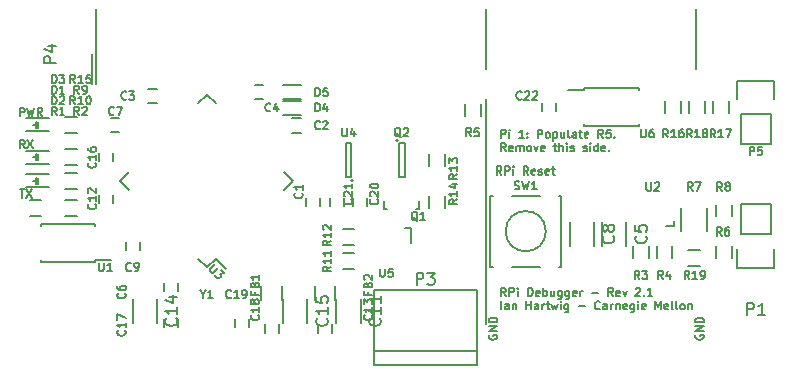
<source format=gto>
G04 #@! TF.FileFunction,Legend,Top*
%FSLAX46Y46*%
G04 Gerber Fmt 4.6, Leading zero omitted, Abs format (unit mm)*
G04 Created by KiCad (PCBNEW 4.0.0-stable) date Wednesday, July 20, 2016 'PMt' 02:43:05 PM*
%MOMM*%
G01*
G04 APERTURE LIST*
%ADD10C,0.100000*%
%ADD11C,0.150000*%
G04 APERTURE END LIST*
D10*
D11*
X57900000Y1466667D02*
X57866667Y1400001D01*
X57866667Y1300001D01*
X57900000Y1200001D01*
X57966667Y1133334D01*
X58033333Y1100001D01*
X58166667Y1066667D01*
X58266667Y1066667D01*
X58400000Y1100001D01*
X58466667Y1133334D01*
X58533333Y1200001D01*
X58566667Y1300001D01*
X58566667Y1366667D01*
X58533333Y1466667D01*
X58500000Y1500001D01*
X58266667Y1500001D01*
X58266667Y1366667D01*
X58566667Y1800001D02*
X57866667Y1800001D01*
X58566667Y2200001D01*
X57866667Y2200001D01*
X58566667Y2533334D02*
X57866667Y2533334D01*
X57866667Y2700000D01*
X57900000Y2800000D01*
X57966667Y2866667D01*
X58033333Y2900000D01*
X58166667Y2933334D01*
X58266667Y2933334D01*
X58400000Y2900000D01*
X58466667Y2866667D01*
X58533333Y2800000D01*
X58566667Y2700000D01*
X58566667Y2533334D01*
X40400000Y1466667D02*
X40366667Y1400001D01*
X40366667Y1300001D01*
X40400000Y1200001D01*
X40466667Y1133334D01*
X40533333Y1100001D01*
X40666667Y1066667D01*
X40766667Y1066667D01*
X40900000Y1100001D01*
X40966667Y1133334D01*
X41033333Y1200001D01*
X41066667Y1300001D01*
X41066667Y1366667D01*
X41033333Y1466667D01*
X41000000Y1500001D01*
X40766667Y1500001D01*
X40766667Y1366667D01*
X41066667Y1800001D02*
X40366667Y1800001D01*
X41066667Y2200001D01*
X40366667Y2200001D01*
X41066667Y2533334D02*
X40366667Y2533334D01*
X40366667Y2700000D01*
X40400000Y2800000D01*
X40466667Y2866667D01*
X40533333Y2900000D01*
X40666667Y2933334D01*
X40766667Y2933334D01*
X40900000Y2900000D01*
X40966667Y2866667D01*
X41033333Y2800000D01*
X41066667Y2700000D01*
X41066667Y2533334D01*
X41450001Y15033333D02*
X41216667Y15366667D01*
X41050001Y15033333D02*
X41050001Y15733333D01*
X41316667Y15733333D01*
X41383334Y15700000D01*
X41416667Y15666667D01*
X41450001Y15600000D01*
X41450001Y15500000D01*
X41416667Y15433333D01*
X41383334Y15400000D01*
X41316667Y15366667D01*
X41050001Y15366667D01*
X41750001Y15033333D02*
X41750001Y15733333D01*
X42016667Y15733333D01*
X42083334Y15700000D01*
X42116667Y15666667D01*
X42150001Y15600000D01*
X42150001Y15500000D01*
X42116667Y15433333D01*
X42083334Y15400000D01*
X42016667Y15366667D01*
X41750001Y15366667D01*
X42450001Y15033333D02*
X42450001Y15500000D01*
X42450001Y15733333D02*
X42416667Y15700000D01*
X42450001Y15666667D01*
X42483334Y15700000D01*
X42450001Y15733333D01*
X42450001Y15666667D01*
X43716667Y15033333D02*
X43483333Y15366667D01*
X43316667Y15033333D02*
X43316667Y15733333D01*
X43583333Y15733333D01*
X43650000Y15700000D01*
X43683333Y15666667D01*
X43716667Y15600000D01*
X43716667Y15500000D01*
X43683333Y15433333D01*
X43650000Y15400000D01*
X43583333Y15366667D01*
X43316667Y15366667D01*
X44283333Y15066667D02*
X44216667Y15033333D01*
X44083333Y15033333D01*
X44016667Y15066667D01*
X43983333Y15133333D01*
X43983333Y15400000D01*
X44016667Y15466667D01*
X44083333Y15500000D01*
X44216667Y15500000D01*
X44283333Y15466667D01*
X44316667Y15400000D01*
X44316667Y15333333D01*
X43983333Y15266667D01*
X44583333Y15066667D02*
X44650000Y15033333D01*
X44783333Y15033333D01*
X44850000Y15066667D01*
X44883333Y15133333D01*
X44883333Y15166667D01*
X44850000Y15233333D01*
X44783333Y15266667D01*
X44683333Y15266667D01*
X44616667Y15300000D01*
X44583333Y15366667D01*
X44583333Y15400000D01*
X44616667Y15466667D01*
X44683333Y15500000D01*
X44783333Y15500000D01*
X44850000Y15466667D01*
X45450000Y15066667D02*
X45383334Y15033333D01*
X45250000Y15033333D01*
X45183334Y15066667D01*
X45150000Y15133333D01*
X45150000Y15400000D01*
X45183334Y15466667D01*
X45250000Y15500000D01*
X45383334Y15500000D01*
X45450000Y15466667D01*
X45483334Y15400000D01*
X45483334Y15333333D01*
X45150000Y15266667D01*
X45683334Y15500000D02*
X45950000Y15500000D01*
X45783334Y15733333D02*
X45783334Y15133333D01*
X45816667Y15066667D01*
X45883334Y15033333D01*
X45950000Y15033333D01*
X41816667Y4748333D02*
X41583333Y5081667D01*
X41416667Y4748333D02*
X41416667Y5448333D01*
X41683333Y5448333D01*
X41750000Y5415000D01*
X41783333Y5381667D01*
X41816667Y5315000D01*
X41816667Y5215000D01*
X41783333Y5148333D01*
X41750000Y5115000D01*
X41683333Y5081667D01*
X41416667Y5081667D01*
X42116667Y4748333D02*
X42116667Y5448333D01*
X42383333Y5448333D01*
X42450000Y5415000D01*
X42483333Y5381667D01*
X42516667Y5315000D01*
X42516667Y5215000D01*
X42483333Y5148333D01*
X42450000Y5115000D01*
X42383333Y5081667D01*
X42116667Y5081667D01*
X42816667Y4748333D02*
X42816667Y5215000D01*
X42816667Y5448333D02*
X42783333Y5415000D01*
X42816667Y5381667D01*
X42850000Y5415000D01*
X42816667Y5448333D01*
X42816667Y5381667D01*
X43683333Y4748333D02*
X43683333Y5448333D01*
X43849999Y5448333D01*
X43949999Y5415000D01*
X44016666Y5348333D01*
X44049999Y5281667D01*
X44083333Y5148333D01*
X44083333Y5048333D01*
X44049999Y4915000D01*
X44016666Y4848333D01*
X43949999Y4781667D01*
X43849999Y4748333D01*
X43683333Y4748333D01*
X44649999Y4781667D02*
X44583333Y4748333D01*
X44449999Y4748333D01*
X44383333Y4781667D01*
X44349999Y4848333D01*
X44349999Y5115000D01*
X44383333Y5181667D01*
X44449999Y5215000D01*
X44583333Y5215000D01*
X44649999Y5181667D01*
X44683333Y5115000D01*
X44683333Y5048333D01*
X44349999Y4981667D01*
X44983333Y4748333D02*
X44983333Y5448333D01*
X44983333Y5181667D02*
X45049999Y5215000D01*
X45183333Y5215000D01*
X45249999Y5181667D01*
X45283333Y5148333D01*
X45316666Y5081667D01*
X45316666Y4881667D01*
X45283333Y4815000D01*
X45249999Y4781667D01*
X45183333Y4748333D01*
X45049999Y4748333D01*
X44983333Y4781667D01*
X45916666Y5215000D02*
X45916666Y4748333D01*
X45616666Y5215000D02*
X45616666Y4848333D01*
X45649999Y4781667D01*
X45716666Y4748333D01*
X45816666Y4748333D01*
X45883332Y4781667D01*
X45916666Y4815000D01*
X46549999Y5215000D02*
X46549999Y4648333D01*
X46516665Y4581667D01*
X46483332Y4548333D01*
X46416665Y4515000D01*
X46316665Y4515000D01*
X46249999Y4548333D01*
X46549999Y4781667D02*
X46483332Y4748333D01*
X46349999Y4748333D01*
X46283332Y4781667D01*
X46249999Y4815000D01*
X46216665Y4881667D01*
X46216665Y5081667D01*
X46249999Y5148333D01*
X46283332Y5181667D01*
X46349999Y5215000D01*
X46483332Y5215000D01*
X46549999Y5181667D01*
X47183332Y5215000D02*
X47183332Y4648333D01*
X47149998Y4581667D01*
X47116665Y4548333D01*
X47049998Y4515000D01*
X46949998Y4515000D01*
X46883332Y4548333D01*
X47183332Y4781667D02*
X47116665Y4748333D01*
X46983332Y4748333D01*
X46916665Y4781667D01*
X46883332Y4815000D01*
X46849998Y4881667D01*
X46849998Y5081667D01*
X46883332Y5148333D01*
X46916665Y5181667D01*
X46983332Y5215000D01*
X47116665Y5215000D01*
X47183332Y5181667D01*
X47783331Y4781667D02*
X47716665Y4748333D01*
X47583331Y4748333D01*
X47516665Y4781667D01*
X47483331Y4848333D01*
X47483331Y5115000D01*
X47516665Y5181667D01*
X47583331Y5215000D01*
X47716665Y5215000D01*
X47783331Y5181667D01*
X47816665Y5115000D01*
X47816665Y5048333D01*
X47483331Y4981667D01*
X48116665Y4748333D02*
X48116665Y5215000D01*
X48116665Y5081667D02*
X48149998Y5148333D01*
X48183331Y5181667D01*
X48249998Y5215000D01*
X48316665Y5215000D01*
X49083331Y5015000D02*
X49616664Y5015000D01*
X50883331Y4748333D02*
X50649997Y5081667D01*
X50483331Y4748333D02*
X50483331Y5448333D01*
X50749997Y5448333D01*
X50816664Y5415000D01*
X50849997Y5381667D01*
X50883331Y5315000D01*
X50883331Y5215000D01*
X50849997Y5148333D01*
X50816664Y5115000D01*
X50749997Y5081667D01*
X50483331Y5081667D01*
X51449997Y4781667D02*
X51383331Y4748333D01*
X51249997Y4748333D01*
X51183331Y4781667D01*
X51149997Y4848333D01*
X51149997Y5115000D01*
X51183331Y5181667D01*
X51249997Y5215000D01*
X51383331Y5215000D01*
X51449997Y5181667D01*
X51483331Y5115000D01*
X51483331Y5048333D01*
X51149997Y4981667D01*
X51716664Y5215000D02*
X51883331Y4748333D01*
X52049997Y5215000D01*
X52816663Y5381667D02*
X52849997Y5415000D01*
X52916663Y5448333D01*
X53083330Y5448333D01*
X53149997Y5415000D01*
X53183330Y5381667D01*
X53216663Y5315000D01*
X53216663Y5248333D01*
X53183330Y5148333D01*
X52783330Y4748333D01*
X53216663Y4748333D01*
X53516664Y4815000D02*
X53549997Y4781667D01*
X53516664Y4748333D01*
X53483330Y4781667D01*
X53516664Y4815000D01*
X53516664Y4748333D01*
X54216663Y4748333D02*
X53816663Y4748333D01*
X54016663Y4748333D02*
X54016663Y5448333D01*
X53949997Y5348333D01*
X53883330Y5281667D01*
X53816663Y5248333D01*
X41416667Y3618333D02*
X41416667Y4318333D01*
X42050000Y3618333D02*
X42050000Y3985000D01*
X42016666Y4051667D01*
X41950000Y4085000D01*
X41816666Y4085000D01*
X41750000Y4051667D01*
X42050000Y3651667D02*
X41983333Y3618333D01*
X41816666Y3618333D01*
X41750000Y3651667D01*
X41716666Y3718333D01*
X41716666Y3785000D01*
X41750000Y3851667D01*
X41816666Y3885000D01*
X41983333Y3885000D01*
X42050000Y3918333D01*
X42383333Y4085000D02*
X42383333Y3618333D01*
X42383333Y4018333D02*
X42416666Y4051667D01*
X42483333Y4085000D01*
X42583333Y4085000D01*
X42649999Y4051667D01*
X42683333Y3985000D01*
X42683333Y3618333D01*
X43549999Y3618333D02*
X43549999Y4318333D01*
X43549999Y3985000D02*
X43949999Y3985000D01*
X43949999Y3618333D02*
X43949999Y4318333D01*
X44583332Y3618333D02*
X44583332Y3985000D01*
X44549998Y4051667D01*
X44483332Y4085000D01*
X44349998Y4085000D01*
X44283332Y4051667D01*
X44583332Y3651667D02*
X44516665Y3618333D01*
X44349998Y3618333D01*
X44283332Y3651667D01*
X44249998Y3718333D01*
X44249998Y3785000D01*
X44283332Y3851667D01*
X44349998Y3885000D01*
X44516665Y3885000D01*
X44583332Y3918333D01*
X44916665Y3618333D02*
X44916665Y4085000D01*
X44916665Y3951667D02*
X44949998Y4018333D01*
X44983331Y4051667D01*
X45049998Y4085000D01*
X45116665Y4085000D01*
X45249998Y4085000D02*
X45516664Y4085000D01*
X45349998Y4318333D02*
X45349998Y3718333D01*
X45383331Y3651667D01*
X45449998Y3618333D01*
X45516664Y3618333D01*
X45683331Y4085000D02*
X45816664Y3618333D01*
X45949998Y3951667D01*
X46083331Y3618333D01*
X46216664Y4085000D01*
X46483331Y3618333D02*
X46483331Y4085000D01*
X46483331Y4318333D02*
X46449997Y4285000D01*
X46483331Y4251667D01*
X46516664Y4285000D01*
X46483331Y4318333D01*
X46483331Y4251667D01*
X47116664Y4085000D02*
X47116664Y3518333D01*
X47083330Y3451667D01*
X47049997Y3418333D01*
X46983330Y3385000D01*
X46883330Y3385000D01*
X46816664Y3418333D01*
X47116664Y3651667D02*
X47049997Y3618333D01*
X46916664Y3618333D01*
X46849997Y3651667D01*
X46816664Y3685000D01*
X46783330Y3751667D01*
X46783330Y3951667D01*
X46816664Y4018333D01*
X46849997Y4051667D01*
X46916664Y4085000D01*
X47049997Y4085000D01*
X47116664Y4051667D01*
X47983330Y3885000D02*
X48516663Y3885000D01*
X49783330Y3685000D02*
X49749996Y3651667D01*
X49649996Y3618333D01*
X49583330Y3618333D01*
X49483330Y3651667D01*
X49416663Y3718333D01*
X49383330Y3785000D01*
X49349996Y3918333D01*
X49349996Y4018333D01*
X49383330Y4151667D01*
X49416663Y4218333D01*
X49483330Y4285000D01*
X49583330Y4318333D01*
X49649996Y4318333D01*
X49749996Y4285000D01*
X49783330Y4251667D01*
X50383330Y3618333D02*
X50383330Y3985000D01*
X50349996Y4051667D01*
X50283330Y4085000D01*
X50149996Y4085000D01*
X50083330Y4051667D01*
X50383330Y3651667D02*
X50316663Y3618333D01*
X50149996Y3618333D01*
X50083330Y3651667D01*
X50049996Y3718333D01*
X50049996Y3785000D01*
X50083330Y3851667D01*
X50149996Y3885000D01*
X50316663Y3885000D01*
X50383330Y3918333D01*
X50716663Y3618333D02*
X50716663Y4085000D01*
X50716663Y3951667D02*
X50749996Y4018333D01*
X50783329Y4051667D01*
X50849996Y4085000D01*
X50916663Y4085000D01*
X51149996Y4085000D02*
X51149996Y3618333D01*
X51149996Y4018333D02*
X51183329Y4051667D01*
X51249996Y4085000D01*
X51349996Y4085000D01*
X51416662Y4051667D01*
X51449996Y3985000D01*
X51449996Y3618333D01*
X52049995Y3651667D02*
X51983329Y3618333D01*
X51849995Y3618333D01*
X51783329Y3651667D01*
X51749995Y3718333D01*
X51749995Y3985000D01*
X51783329Y4051667D01*
X51849995Y4085000D01*
X51983329Y4085000D01*
X52049995Y4051667D01*
X52083329Y3985000D01*
X52083329Y3918333D01*
X51749995Y3851667D01*
X52683329Y4085000D02*
X52683329Y3518333D01*
X52649995Y3451667D01*
X52616662Y3418333D01*
X52549995Y3385000D01*
X52449995Y3385000D01*
X52383329Y3418333D01*
X52683329Y3651667D02*
X52616662Y3618333D01*
X52483329Y3618333D01*
X52416662Y3651667D01*
X52383329Y3685000D01*
X52349995Y3751667D01*
X52349995Y3951667D01*
X52383329Y4018333D01*
X52416662Y4051667D01*
X52483329Y4085000D01*
X52616662Y4085000D01*
X52683329Y4051667D01*
X53016662Y3618333D02*
X53016662Y4085000D01*
X53016662Y4318333D02*
X52983328Y4285000D01*
X53016662Y4251667D01*
X53049995Y4285000D01*
X53016662Y4318333D01*
X53016662Y4251667D01*
X53616661Y3651667D02*
X53549995Y3618333D01*
X53416661Y3618333D01*
X53349995Y3651667D01*
X53316661Y3718333D01*
X53316661Y3985000D01*
X53349995Y4051667D01*
X53416661Y4085000D01*
X53549995Y4085000D01*
X53616661Y4051667D01*
X53649995Y3985000D01*
X53649995Y3918333D01*
X53316661Y3851667D01*
X54483328Y3618333D02*
X54483328Y4318333D01*
X54716661Y3818333D01*
X54949994Y4318333D01*
X54949994Y3618333D01*
X55549994Y3651667D02*
X55483328Y3618333D01*
X55349994Y3618333D01*
X55283328Y3651667D01*
X55249994Y3718333D01*
X55249994Y3985000D01*
X55283328Y4051667D01*
X55349994Y4085000D01*
X55483328Y4085000D01*
X55549994Y4051667D01*
X55583328Y3985000D01*
X55583328Y3918333D01*
X55249994Y3851667D01*
X55983328Y3618333D02*
X55916661Y3651667D01*
X55883328Y3718333D01*
X55883328Y4318333D01*
X56349995Y3618333D02*
X56283328Y3651667D01*
X56249995Y3718333D01*
X56249995Y4318333D01*
X56716662Y3618333D02*
X56649995Y3651667D01*
X56616662Y3685000D01*
X56583328Y3751667D01*
X56583328Y3951667D01*
X56616662Y4018333D01*
X56649995Y4051667D01*
X56716662Y4085000D01*
X56816662Y4085000D01*
X56883328Y4051667D01*
X56916662Y4018333D01*
X56949995Y3951667D01*
X56949995Y3751667D01*
X56916662Y3685000D01*
X56883328Y3651667D01*
X56816662Y3618333D01*
X56716662Y3618333D01*
X57249995Y4085000D02*
X57249995Y3618333D01*
X57249995Y4018333D02*
X57283328Y4051667D01*
X57349995Y4085000D01*
X57449995Y4085000D01*
X57516661Y4051667D01*
X57549995Y3985000D01*
X57549995Y3618333D01*
X666667Y13783333D02*
X1066667Y13783333D01*
X866667Y13083333D02*
X866667Y13783333D01*
X1233333Y13783333D02*
X1700000Y13083333D01*
X1700000Y13783333D02*
X1233333Y13083333D01*
X1066667Y17283333D02*
X833333Y17616667D01*
X666667Y17283333D02*
X666667Y17983333D01*
X933333Y17983333D01*
X1000000Y17950000D01*
X1033333Y17916667D01*
X1066667Y17850000D01*
X1066667Y17750000D01*
X1033333Y17683333D01*
X1000000Y17650000D01*
X933333Y17616667D01*
X666667Y17616667D01*
X1300000Y17983333D02*
X1766667Y17283333D01*
X1766667Y17983333D02*
X1300000Y17283333D01*
X666667Y19983333D02*
X666667Y20683333D01*
X933333Y20683333D01*
X1000000Y20650000D01*
X1033333Y20616667D01*
X1066667Y20550000D01*
X1066667Y20450000D01*
X1033333Y20383333D01*
X1000000Y20350000D01*
X933333Y20316667D01*
X666667Y20316667D01*
X1300000Y20683333D02*
X1466667Y19983333D01*
X1600000Y20483333D01*
X1733333Y19983333D01*
X1900000Y20683333D01*
X2566667Y19983333D02*
X2333333Y20316667D01*
X2166667Y19983333D02*
X2166667Y20683333D01*
X2433333Y20683333D01*
X2500000Y20650000D01*
X2533333Y20616667D01*
X2566667Y20550000D01*
X2566667Y20450000D01*
X2533333Y20383333D01*
X2500000Y20350000D01*
X2433333Y20316667D01*
X2166667Y20316667D01*
X41416667Y18148333D02*
X41416667Y18848333D01*
X41683333Y18848333D01*
X41750000Y18815000D01*
X41783333Y18781667D01*
X41816667Y18715000D01*
X41816667Y18615000D01*
X41783333Y18548333D01*
X41750000Y18515000D01*
X41683333Y18481667D01*
X41416667Y18481667D01*
X42116667Y18148333D02*
X42116667Y18615000D01*
X42116667Y18848333D02*
X42083333Y18815000D01*
X42116667Y18781667D01*
X42150000Y18815000D01*
X42116667Y18848333D01*
X42116667Y18781667D01*
X43349999Y18148333D02*
X42949999Y18148333D01*
X43149999Y18148333D02*
X43149999Y18848333D01*
X43083333Y18748333D01*
X43016666Y18681667D01*
X42949999Y18648333D01*
X43650000Y18215000D02*
X43683333Y18181667D01*
X43650000Y18148333D01*
X43616666Y18181667D01*
X43650000Y18215000D01*
X43650000Y18148333D01*
X43650000Y18581667D02*
X43683333Y18548333D01*
X43650000Y18515000D01*
X43616666Y18548333D01*
X43650000Y18581667D01*
X43650000Y18515000D01*
X44516666Y18148333D02*
X44516666Y18848333D01*
X44783332Y18848333D01*
X44849999Y18815000D01*
X44883332Y18781667D01*
X44916666Y18715000D01*
X44916666Y18615000D01*
X44883332Y18548333D01*
X44849999Y18515000D01*
X44783332Y18481667D01*
X44516666Y18481667D01*
X45316666Y18148333D02*
X45249999Y18181667D01*
X45216666Y18215000D01*
X45183332Y18281667D01*
X45183332Y18481667D01*
X45216666Y18548333D01*
X45249999Y18581667D01*
X45316666Y18615000D01*
X45416666Y18615000D01*
X45483332Y18581667D01*
X45516666Y18548333D01*
X45549999Y18481667D01*
X45549999Y18281667D01*
X45516666Y18215000D01*
X45483332Y18181667D01*
X45416666Y18148333D01*
X45316666Y18148333D01*
X45849999Y18615000D02*
X45849999Y17915000D01*
X45849999Y18581667D02*
X45916665Y18615000D01*
X46049999Y18615000D01*
X46116665Y18581667D01*
X46149999Y18548333D01*
X46183332Y18481667D01*
X46183332Y18281667D01*
X46149999Y18215000D01*
X46116665Y18181667D01*
X46049999Y18148333D01*
X45916665Y18148333D01*
X45849999Y18181667D01*
X46783332Y18615000D02*
X46783332Y18148333D01*
X46483332Y18615000D02*
X46483332Y18248333D01*
X46516665Y18181667D01*
X46583332Y18148333D01*
X46683332Y18148333D01*
X46749998Y18181667D01*
X46783332Y18215000D01*
X47216665Y18148333D02*
X47149998Y18181667D01*
X47116665Y18248333D01*
X47116665Y18848333D01*
X47783332Y18148333D02*
X47783332Y18515000D01*
X47749998Y18581667D01*
X47683332Y18615000D01*
X47549998Y18615000D01*
X47483332Y18581667D01*
X47783332Y18181667D02*
X47716665Y18148333D01*
X47549998Y18148333D01*
X47483332Y18181667D01*
X47449998Y18248333D01*
X47449998Y18315000D01*
X47483332Y18381667D01*
X47549998Y18415000D01*
X47716665Y18415000D01*
X47783332Y18448333D01*
X48016665Y18615000D02*
X48283331Y18615000D01*
X48116665Y18848333D02*
X48116665Y18248333D01*
X48149998Y18181667D01*
X48216665Y18148333D01*
X48283331Y18148333D01*
X48783331Y18181667D02*
X48716665Y18148333D01*
X48583331Y18148333D01*
X48516665Y18181667D01*
X48483331Y18248333D01*
X48483331Y18515000D01*
X48516665Y18581667D01*
X48583331Y18615000D01*
X48716665Y18615000D01*
X48783331Y18581667D01*
X48816665Y18515000D01*
X48816665Y18448333D01*
X48483331Y18381667D01*
X50049998Y18148333D02*
X49816664Y18481667D01*
X49649998Y18148333D02*
X49649998Y18848333D01*
X49916664Y18848333D01*
X49983331Y18815000D01*
X50016664Y18781667D01*
X50049998Y18715000D01*
X50049998Y18615000D01*
X50016664Y18548333D01*
X49983331Y18515000D01*
X49916664Y18481667D01*
X49649998Y18481667D01*
X50683331Y18848333D02*
X50349998Y18848333D01*
X50316664Y18515000D01*
X50349998Y18548333D01*
X50416664Y18581667D01*
X50583331Y18581667D01*
X50649998Y18548333D01*
X50683331Y18515000D01*
X50716664Y18448333D01*
X50716664Y18281667D01*
X50683331Y18215000D01*
X50649998Y18181667D01*
X50583331Y18148333D01*
X50416664Y18148333D01*
X50349998Y18181667D01*
X50316664Y18215000D01*
X51016665Y18215000D02*
X51049998Y18181667D01*
X51016665Y18148333D01*
X50983331Y18181667D01*
X51016665Y18215000D01*
X51016665Y18148333D01*
X41816667Y17018333D02*
X41583333Y17351667D01*
X41416667Y17018333D02*
X41416667Y17718333D01*
X41683333Y17718333D01*
X41750000Y17685000D01*
X41783333Y17651667D01*
X41816667Y17585000D01*
X41816667Y17485000D01*
X41783333Y17418333D01*
X41750000Y17385000D01*
X41683333Y17351667D01*
X41416667Y17351667D01*
X42383333Y17051667D02*
X42316667Y17018333D01*
X42183333Y17018333D01*
X42116667Y17051667D01*
X42083333Y17118333D01*
X42083333Y17385000D01*
X42116667Y17451667D01*
X42183333Y17485000D01*
X42316667Y17485000D01*
X42383333Y17451667D01*
X42416667Y17385000D01*
X42416667Y17318333D01*
X42083333Y17251667D01*
X42716667Y17018333D02*
X42716667Y17485000D01*
X42716667Y17418333D02*
X42750000Y17451667D01*
X42816667Y17485000D01*
X42916667Y17485000D01*
X42983333Y17451667D01*
X43016667Y17385000D01*
X43016667Y17018333D01*
X43016667Y17385000D02*
X43050000Y17451667D01*
X43116667Y17485000D01*
X43216667Y17485000D01*
X43283333Y17451667D01*
X43316667Y17385000D01*
X43316667Y17018333D01*
X43750000Y17018333D02*
X43683333Y17051667D01*
X43650000Y17085000D01*
X43616666Y17151667D01*
X43616666Y17351667D01*
X43650000Y17418333D01*
X43683333Y17451667D01*
X43750000Y17485000D01*
X43850000Y17485000D01*
X43916666Y17451667D01*
X43950000Y17418333D01*
X43983333Y17351667D01*
X43983333Y17151667D01*
X43950000Y17085000D01*
X43916666Y17051667D01*
X43850000Y17018333D01*
X43750000Y17018333D01*
X44216666Y17485000D02*
X44383333Y17018333D01*
X44549999Y17485000D01*
X45083332Y17051667D02*
X45016666Y17018333D01*
X44883332Y17018333D01*
X44816666Y17051667D01*
X44783332Y17118333D01*
X44783332Y17385000D01*
X44816666Y17451667D01*
X44883332Y17485000D01*
X45016666Y17485000D01*
X45083332Y17451667D01*
X45116666Y17385000D01*
X45116666Y17318333D01*
X44783332Y17251667D01*
X45849999Y17485000D02*
X46116665Y17485000D01*
X45949999Y17718333D02*
X45949999Y17118333D01*
X45983332Y17051667D01*
X46049999Y17018333D01*
X46116665Y17018333D01*
X46349999Y17018333D02*
X46349999Y17718333D01*
X46649999Y17018333D02*
X46649999Y17385000D01*
X46616665Y17451667D01*
X46549999Y17485000D01*
X46449999Y17485000D01*
X46383332Y17451667D01*
X46349999Y17418333D01*
X46983332Y17018333D02*
X46983332Y17485000D01*
X46983332Y17718333D02*
X46949998Y17685000D01*
X46983332Y17651667D01*
X47016665Y17685000D01*
X46983332Y17718333D01*
X46983332Y17651667D01*
X47283331Y17051667D02*
X47349998Y17018333D01*
X47483331Y17018333D01*
X47549998Y17051667D01*
X47583331Y17118333D01*
X47583331Y17151667D01*
X47549998Y17218333D01*
X47483331Y17251667D01*
X47383331Y17251667D01*
X47316665Y17285000D01*
X47283331Y17351667D01*
X47283331Y17385000D01*
X47316665Y17451667D01*
X47383331Y17485000D01*
X47483331Y17485000D01*
X47549998Y17451667D01*
X48383331Y17051667D02*
X48449998Y17018333D01*
X48583331Y17018333D01*
X48649998Y17051667D01*
X48683331Y17118333D01*
X48683331Y17151667D01*
X48649998Y17218333D01*
X48583331Y17251667D01*
X48483331Y17251667D01*
X48416665Y17285000D01*
X48383331Y17351667D01*
X48383331Y17385000D01*
X48416665Y17451667D01*
X48483331Y17485000D01*
X48583331Y17485000D01*
X48649998Y17451667D01*
X48983332Y17018333D02*
X48983332Y17485000D01*
X48983332Y17718333D02*
X48949998Y17685000D01*
X48983332Y17651667D01*
X49016665Y17685000D01*
X48983332Y17718333D01*
X48983332Y17651667D01*
X49616665Y17018333D02*
X49616665Y17718333D01*
X49616665Y17051667D02*
X49549998Y17018333D01*
X49416665Y17018333D01*
X49349998Y17051667D01*
X49316665Y17085000D01*
X49283331Y17151667D01*
X49283331Y17351667D01*
X49316665Y17418333D01*
X49349998Y17451667D01*
X49416665Y17485000D01*
X49549998Y17485000D01*
X49616665Y17451667D01*
X50216664Y17051667D02*
X50149998Y17018333D01*
X50016664Y17018333D01*
X49949998Y17051667D01*
X49916664Y17118333D01*
X49916664Y17385000D01*
X49949998Y17451667D01*
X50016664Y17485000D01*
X50149998Y17485000D01*
X50216664Y17451667D01*
X50249998Y17385000D01*
X50249998Y17318333D01*
X49916664Y17251667D01*
X50549998Y17085000D02*
X50583331Y17051667D01*
X50549998Y17018333D01*
X50516664Y17051667D01*
X50549998Y17085000D01*
X50549998Y17018333D01*
X40120000Y21420000D02*
X40120000Y2370000D01*
X16500000Y7181445D02*
X17242462Y7923907D01*
X9181445Y14500000D02*
X9923907Y15242462D01*
X16500000Y21818555D02*
X15757538Y21076093D01*
X23818555Y14500000D02*
X23076093Y13757538D01*
X16500000Y7181445D02*
X15757538Y7923907D01*
X23818555Y14500000D02*
X23076093Y15242462D01*
X16500000Y21818555D02*
X17242462Y21076093D01*
X9181445Y14500000D02*
X9923907Y13757538D01*
X17242462Y7923907D02*
X18144023Y7022346D01*
X33750000Y9250000D02*
X33750000Y10500000D01*
X33750000Y10500000D02*
X33250000Y10500000D01*
X7075000Y7625000D02*
X7075000Y7825000D01*
X2425000Y7625000D02*
X2425000Y7825000D01*
X2425000Y10875000D02*
X2425000Y10675000D01*
X7075000Y10875000D02*
X7075000Y10675000D01*
X7075000Y7625000D02*
X2425000Y7625000D01*
X7075000Y10875000D02*
X2425000Y10875000D01*
X7075000Y7825000D02*
X8425000Y7825000D01*
X25625000Y4400000D02*
X25625000Y5600000D01*
X27375000Y5600000D02*
X27375000Y4400000D01*
X21125000Y4400000D02*
X21125000Y5600000D01*
X22875000Y5600000D02*
X22875000Y4400000D01*
X40500000Y13250000D02*
X40700000Y13250000D01*
X46500000Y13250000D02*
X46300000Y13250000D01*
X46500000Y7250000D02*
X46300000Y7250000D01*
X40500000Y7250000D02*
X40700000Y7250000D01*
X42300000Y7250000D02*
X44700000Y7250000D01*
X42300000Y13250000D02*
X44700000Y13250000D01*
X40500000Y13250000D02*
X40500000Y7250000D01*
X46500000Y7250000D02*
X46500000Y13250000D01*
X45200000Y10250000D02*
G75*
G03X45200000Y10250000I-1700000J0D01*
G01*
X57250000Y8675000D02*
X58250000Y8675000D01*
X58250000Y7325000D02*
X57250000Y7325000D01*
X24500000Y22600000D02*
X22950000Y22600000D01*
X24500000Y21400000D02*
X22950000Y21400000D01*
X24500000Y21300000D02*
X22950000Y21300000D01*
X24500000Y20100000D02*
X22950000Y20100000D01*
X46100000Y21100000D02*
X46100000Y20400000D01*
X44900000Y20400000D02*
X44900000Y21100000D01*
X57325000Y20250000D02*
X57325000Y21250000D01*
X58675000Y21250000D02*
X58675000Y20250000D01*
X59325000Y20250000D02*
X59325000Y21250000D01*
X60675000Y21250000D02*
X60675000Y20250000D01*
X55325000Y20250000D02*
X55325000Y21250000D01*
X56675000Y21250000D02*
X56675000Y20250000D01*
X64250000Y20150000D02*
X64250000Y17610000D01*
X64530000Y22970000D02*
X64530000Y21420000D01*
X64250000Y20150000D02*
X61710000Y20150000D01*
X61430000Y21420000D02*
X61430000Y22970000D01*
X61430000Y22970000D02*
X64530000Y22970000D01*
X61710000Y20150000D02*
X61710000Y17610000D01*
X61710000Y17610000D02*
X64250000Y17610000D01*
X28900000Y14550000D02*
G75*
G03X28900000Y14550000I-100000J0D01*
G01*
X28250000Y14800000D02*
X28750000Y14800000D01*
X28250000Y17700000D02*
X28250000Y14800000D01*
X28750000Y17700000D02*
X28250000Y17700000D01*
X28750000Y14800000D02*
X28750000Y17700000D01*
X28100000Y13100000D02*
X28100000Y12400000D01*
X26900000Y12400000D02*
X26900000Y13100000D01*
X30100000Y13100000D02*
X30100000Y12400000D01*
X28900000Y12400000D02*
X28900000Y13100000D01*
X5500000Y18575000D02*
X4500000Y18575000D01*
X4500000Y19925000D02*
X5500000Y19925000D01*
X3100000Y19800000D02*
X1200000Y19800000D01*
X3100000Y18700000D02*
X1200000Y18700000D01*
X2200000Y19250000D02*
X1750000Y19250000D01*
X2250000Y19000000D02*
X2250000Y19500000D01*
X2250000Y19250000D02*
X2000000Y19000000D01*
X2000000Y19000000D02*
X2000000Y19500000D01*
X2000000Y19500000D02*
X2250000Y19250000D01*
X35325000Y12250000D02*
X35325000Y13250000D01*
X36675000Y13250000D02*
X36675000Y12250000D01*
X36675000Y16750000D02*
X36675000Y15750000D01*
X35325000Y15750000D02*
X35325000Y16750000D01*
X32700000Y17950000D02*
G75*
G03X32700000Y17950000I-100000J0D01*
G01*
X33250000Y17700000D02*
X32750000Y17700000D01*
X33250000Y14800000D02*
X33250000Y17700000D01*
X32750000Y14800000D02*
X33250000Y14800000D01*
X32750000Y17700000D02*
X32750000Y14800000D01*
X31700840Y12099760D02*
X31749100Y12099760D01*
X34499820Y12800800D02*
X34499820Y12099760D01*
X34499820Y12099760D02*
X34250900Y12099760D01*
X31700840Y12099760D02*
X31500180Y12099760D01*
X31500180Y12099760D02*
X31500180Y12800800D01*
X55410780Y10669040D02*
X56020380Y10669040D01*
X56020380Y10669040D02*
X56030540Y11100840D01*
X29000000Y7075000D02*
X28000000Y7075000D01*
X28000000Y8425000D02*
X29000000Y8425000D01*
X5500000Y13825000D02*
X4500000Y13825000D01*
X4500000Y15175000D02*
X5500000Y15175000D01*
X5500000Y15825000D02*
X4500000Y15825000D01*
X4500000Y17175000D02*
X5500000Y17175000D01*
X59575000Y11500000D02*
X59575000Y12500000D01*
X60925000Y12500000D02*
X60925000Y11500000D01*
X56675000Y10250000D02*
X56675000Y12250000D01*
X58825000Y12250000D02*
X58825000Y10250000D01*
X59575000Y8000000D02*
X59575000Y9000000D01*
X60925000Y9000000D02*
X60925000Y8000000D01*
X38325000Y20000000D02*
X38325000Y21000000D01*
X39675000Y21000000D02*
X39675000Y20000000D01*
X54575000Y8000000D02*
X54575000Y9000000D01*
X55925000Y9000000D02*
X55925000Y8000000D01*
X53925000Y9000000D02*
X53925000Y8000000D01*
X52575000Y8000000D02*
X52575000Y9000000D01*
X5500000Y11575000D02*
X4500000Y11575000D01*
X4500000Y12925000D02*
X5500000Y12925000D01*
X2500000Y11575000D02*
X1500000Y11575000D01*
X1500000Y12925000D02*
X2500000Y12925000D01*
X3100000Y15050000D02*
X1200000Y15050000D01*
X3100000Y13950000D02*
X1200000Y13950000D01*
X2200000Y14500000D02*
X1750000Y14500000D01*
X2250000Y14250000D02*
X2250000Y14750000D01*
X2250000Y14500000D02*
X2000000Y14250000D01*
X2000000Y14250000D02*
X2000000Y14750000D01*
X2000000Y14750000D02*
X2250000Y14500000D01*
X3100000Y17050000D02*
X1200000Y17050000D01*
X3100000Y15950000D02*
X1200000Y15950000D01*
X2200000Y16500000D02*
X1750000Y16500000D01*
X2250000Y16250000D02*
X2250000Y16750000D01*
X2250000Y16500000D02*
X2000000Y16250000D01*
X2000000Y16250000D02*
X2000000Y16750000D01*
X2000000Y16750000D02*
X2250000Y16500000D01*
X20100000Y2850000D02*
X20100000Y2150000D01*
X18900000Y2150000D02*
X18900000Y2850000D01*
X22600000Y2350000D02*
X22600000Y1650000D01*
X21400000Y1650000D02*
X21400000Y2350000D01*
X12900000Y2150000D02*
X12900000Y2850000D01*
X14100000Y2850000D02*
X14100000Y2150000D01*
X7400000Y16150000D02*
X7400000Y16850000D01*
X8600000Y16850000D02*
X8600000Y16150000D01*
X27100000Y2350000D02*
X27100000Y1650000D01*
X25900000Y1650000D02*
X25900000Y2350000D01*
X7400000Y12650000D02*
X7400000Y13350000D01*
X8600000Y13350000D02*
X8600000Y12650000D01*
X10850000Y9350000D02*
X10850000Y8650000D01*
X9650000Y8650000D02*
X9650000Y9350000D01*
X8400000Y19850000D02*
X9100000Y19850000D01*
X9100000Y18650000D02*
X8400000Y18650000D01*
X14100000Y5850000D02*
X14100000Y5150000D01*
X12900000Y5150000D02*
X12900000Y5850000D01*
X20550000Y22600000D02*
X21250000Y22600000D01*
X21250000Y21400000D02*
X20550000Y21400000D01*
X12250000Y21100000D02*
X11550000Y21100000D01*
X11550000Y22300000D02*
X12250000Y22300000D01*
X23750000Y19800000D02*
X24450000Y19800000D01*
X24450000Y18600000D02*
X23750000Y18600000D01*
X24900000Y12400000D02*
X24900000Y13100000D01*
X26100000Y13100000D02*
X26100000Y12400000D01*
X29000000Y9075000D02*
X28000000Y9075000D01*
X28000000Y10425000D02*
X29000000Y10425000D01*
X48425000Y22375000D02*
X48425000Y22175000D01*
X53075000Y22375000D02*
X53075000Y22175000D01*
X53075000Y19125000D02*
X53075000Y19325000D01*
X48425000Y19125000D02*
X48425000Y19325000D01*
X48425000Y22375000D02*
X53075000Y22375000D01*
X48425000Y19125000D02*
X53075000Y19125000D01*
X48425000Y22175000D02*
X47075000Y22175000D01*
X30649100Y-1094611D02*
X39349100Y-1094611D01*
X30649100Y5310389D02*
X39349100Y5310389D01*
X39349100Y5310389D02*
X39349100Y-1094611D01*
X39349100Y135389D02*
X30649100Y135389D01*
X30649100Y-1094611D02*
X30649100Y5310389D01*
X52025000Y9000000D02*
X52025000Y11000000D01*
X49975000Y11000000D02*
X49975000Y9000000D01*
X49275000Y9000000D02*
X49275000Y11000000D01*
X47225000Y11000000D02*
X47225000Y9000000D01*
X29525000Y2500000D02*
X29525000Y4500000D01*
X27475000Y4500000D02*
X27475000Y2500000D01*
X12275000Y2500000D02*
X12275000Y4500000D01*
X10225000Y4500000D02*
X10225000Y2500000D01*
X25025000Y2500000D02*
X25025000Y4500000D01*
X22975000Y4500000D02*
X22975000Y2500000D01*
X61710000Y9990000D02*
X61710000Y12530000D01*
X61430000Y7170000D02*
X61430000Y8720000D01*
X61710000Y9990000D02*
X64250000Y9990000D01*
X64530000Y8720000D02*
X64530000Y7170000D01*
X64530000Y7170000D02*
X61430000Y7170000D01*
X64250000Y9990000D02*
X64250000Y12530000D01*
X64250000Y12530000D02*
X61710000Y12530000D01*
X57900000Y29040000D02*
X57900000Y23960000D01*
X6820000Y25230000D02*
X6820000Y22690000D01*
X7100000Y29040000D02*
X7100000Y22690000D01*
X40120000Y29040000D02*
X40120000Y23960000D01*
X17193934Y7448181D02*
X16793241Y7047487D01*
X16769670Y6976777D01*
X16769670Y6929637D01*
X16793240Y6858925D01*
X16887521Y6764645D01*
X16958232Y6741075D01*
X17005372Y6741075D01*
X17076083Y6764645D01*
X17476777Y7165338D01*
X17665338Y6976777D02*
X17971751Y6670364D01*
X17618198Y6646794D01*
X17688909Y6576083D01*
X17712479Y6505372D01*
X17712479Y6458232D01*
X17688908Y6387521D01*
X17571057Y6269671D01*
X17500347Y6246100D01*
X17453207Y6246100D01*
X17382495Y6269670D01*
X17241074Y6411091D01*
X17217504Y6481803D01*
X17217504Y6528943D01*
X31166667Y7083333D02*
X31166667Y6516667D01*
X31200000Y6450000D01*
X31233333Y6416667D01*
X31300000Y6383333D01*
X31433333Y6383333D01*
X31500000Y6416667D01*
X31533333Y6450000D01*
X31566667Y6516667D01*
X31566667Y7083333D01*
X32233333Y7083333D02*
X31900000Y7083333D01*
X31866666Y6750000D01*
X31900000Y6783333D01*
X31966666Y6816667D01*
X32133333Y6816667D01*
X32200000Y6783333D01*
X32233333Y6750000D01*
X32266666Y6683333D01*
X32266666Y6516667D01*
X32233333Y6450000D01*
X32200000Y6416667D01*
X32133333Y6383333D01*
X31966666Y6383333D01*
X31900000Y6416667D01*
X31866666Y6450000D01*
X7366667Y7583333D02*
X7366667Y7016667D01*
X7400000Y6950000D01*
X7433333Y6916667D01*
X7500000Y6883333D01*
X7633333Y6883333D01*
X7700000Y6916667D01*
X7733333Y6950000D01*
X7766667Y7016667D01*
X7766667Y7583333D01*
X8466666Y6883333D02*
X8066666Y6883333D01*
X8266666Y6883333D02*
X8266666Y7583333D01*
X8200000Y7483333D01*
X8133333Y7416667D01*
X8066666Y7383333D01*
X30150000Y5116667D02*
X30150000Y4883334D01*
X30516667Y4883334D02*
X29816667Y4883334D01*
X29816667Y5216667D01*
X30150000Y5716667D02*
X30183333Y5816667D01*
X30216667Y5850000D01*
X30283333Y5883334D01*
X30383333Y5883334D01*
X30450000Y5850000D01*
X30483333Y5816667D01*
X30516667Y5750000D01*
X30516667Y5483334D01*
X29816667Y5483334D01*
X29816667Y5716667D01*
X29850000Y5783334D01*
X29883333Y5816667D01*
X29950000Y5850000D01*
X30016667Y5850000D01*
X30083333Y5816667D01*
X30116667Y5783334D01*
X30150000Y5716667D01*
X30150000Y5483334D01*
X29883333Y6150000D02*
X29850000Y6183334D01*
X29816667Y6250000D01*
X29816667Y6416667D01*
X29850000Y6483334D01*
X29883333Y6516667D01*
X29950000Y6550000D01*
X30016667Y6550000D01*
X30116667Y6516667D01*
X30516667Y6116667D01*
X30516667Y6550000D01*
X20550000Y5116667D02*
X20550000Y4883334D01*
X20916667Y4883334D02*
X20216667Y4883334D01*
X20216667Y5216667D01*
X20550000Y5716667D02*
X20583333Y5816667D01*
X20616667Y5850000D01*
X20683333Y5883334D01*
X20783333Y5883334D01*
X20850000Y5850000D01*
X20883333Y5816667D01*
X20916667Y5750000D01*
X20916667Y5483334D01*
X20216667Y5483334D01*
X20216667Y5716667D01*
X20250000Y5783334D01*
X20283333Y5816667D01*
X20350000Y5850000D01*
X20416667Y5850000D01*
X20483333Y5816667D01*
X20516667Y5783334D01*
X20550000Y5716667D01*
X20550000Y5483334D01*
X20916667Y6550000D02*
X20916667Y6150000D01*
X20916667Y6350000D02*
X20216667Y6350000D01*
X20316667Y6283334D01*
X20383333Y6216667D01*
X20416667Y6150000D01*
X42566666Y13816667D02*
X42666666Y13783333D01*
X42833333Y13783333D01*
X42900000Y13816667D01*
X42933333Y13850000D01*
X42966666Y13916667D01*
X42966666Y13983333D01*
X42933333Y14050000D01*
X42900000Y14083333D01*
X42833333Y14116667D01*
X42700000Y14150000D01*
X42633333Y14183333D01*
X42600000Y14216667D01*
X42566666Y14283333D01*
X42566666Y14350000D01*
X42600000Y14416667D01*
X42633333Y14450000D01*
X42700000Y14483333D01*
X42866666Y14483333D01*
X42966666Y14450000D01*
X43200000Y14483333D02*
X43366667Y13783333D01*
X43500000Y14283333D01*
X43633333Y13783333D01*
X43800000Y14483333D01*
X44433333Y13783333D02*
X44033333Y13783333D01*
X44233333Y13783333D02*
X44233333Y14483333D01*
X44166667Y14383333D01*
X44100000Y14316667D01*
X44033333Y14283333D01*
X57350000Y6183333D02*
X57116666Y6516667D01*
X56950000Y6183333D02*
X56950000Y6883333D01*
X57216666Y6883333D01*
X57283333Y6850000D01*
X57316666Y6816667D01*
X57350000Y6750000D01*
X57350000Y6650000D01*
X57316666Y6583333D01*
X57283333Y6550000D01*
X57216666Y6516667D01*
X56950000Y6516667D01*
X58016666Y6183333D02*
X57616666Y6183333D01*
X57816666Y6183333D02*
X57816666Y6883333D01*
X57750000Y6783333D01*
X57683333Y6716667D01*
X57616666Y6683333D01*
X58350000Y6183333D02*
X58483333Y6183333D01*
X58550000Y6216667D01*
X58583333Y6250000D01*
X58650000Y6350000D01*
X58683333Y6483333D01*
X58683333Y6750000D01*
X58650000Y6816667D01*
X58616667Y6850000D01*
X58550000Y6883333D01*
X58416667Y6883333D01*
X58350000Y6850000D01*
X58316667Y6816667D01*
X58283333Y6750000D01*
X58283333Y6583333D01*
X58316667Y6516667D01*
X58350000Y6483333D01*
X58416667Y6450000D01*
X58550000Y6450000D01*
X58616667Y6483333D01*
X58650000Y6516667D01*
X58683333Y6583333D01*
X25683334Y21683333D02*
X25683334Y22383333D01*
X25850000Y22383333D01*
X25950000Y22350000D01*
X26016667Y22283333D01*
X26050000Y22216667D01*
X26083334Y22083333D01*
X26083334Y21983333D01*
X26050000Y21850000D01*
X26016667Y21783333D01*
X25950000Y21716667D01*
X25850000Y21683333D01*
X25683334Y21683333D01*
X26716667Y22383333D02*
X26383334Y22383333D01*
X26350000Y22050000D01*
X26383334Y22083333D01*
X26450000Y22116667D01*
X26616667Y22116667D01*
X26683334Y22083333D01*
X26716667Y22050000D01*
X26750000Y21983333D01*
X26750000Y21816667D01*
X26716667Y21750000D01*
X26683334Y21716667D01*
X26616667Y21683333D01*
X26450000Y21683333D01*
X26383334Y21716667D01*
X26350000Y21750000D01*
X25683334Y20383333D02*
X25683334Y21083333D01*
X25850000Y21083333D01*
X25950000Y21050000D01*
X26016667Y20983333D01*
X26050000Y20916667D01*
X26083334Y20783333D01*
X26083334Y20683333D01*
X26050000Y20550000D01*
X26016667Y20483333D01*
X25950000Y20416667D01*
X25850000Y20383333D01*
X25683334Y20383333D01*
X26683334Y20850000D02*
X26683334Y20383333D01*
X26516667Y21116667D02*
X26350000Y20616667D01*
X26783334Y20616667D01*
X43150000Y21450000D02*
X43116666Y21416667D01*
X43016666Y21383333D01*
X42950000Y21383333D01*
X42850000Y21416667D01*
X42783333Y21483333D01*
X42750000Y21550000D01*
X42716666Y21683333D01*
X42716666Y21783333D01*
X42750000Y21916667D01*
X42783333Y21983333D01*
X42850000Y22050000D01*
X42950000Y22083333D01*
X43016666Y22083333D01*
X43116666Y22050000D01*
X43150000Y22016667D01*
X43416666Y22016667D02*
X43450000Y22050000D01*
X43516666Y22083333D01*
X43683333Y22083333D01*
X43750000Y22050000D01*
X43783333Y22016667D01*
X43816666Y21950000D01*
X43816666Y21883333D01*
X43783333Y21783333D01*
X43383333Y21383333D01*
X43816666Y21383333D01*
X44083333Y22016667D02*
X44116667Y22050000D01*
X44183333Y22083333D01*
X44350000Y22083333D01*
X44416667Y22050000D01*
X44450000Y22016667D01*
X44483333Y21950000D01*
X44483333Y21883333D01*
X44450000Y21783333D01*
X44050000Y21383333D01*
X44483333Y21383333D01*
X57550000Y18183333D02*
X57316666Y18516667D01*
X57150000Y18183333D02*
X57150000Y18883333D01*
X57416666Y18883333D01*
X57483333Y18850000D01*
X57516666Y18816667D01*
X57550000Y18750000D01*
X57550000Y18650000D01*
X57516666Y18583333D01*
X57483333Y18550000D01*
X57416666Y18516667D01*
X57150000Y18516667D01*
X58216666Y18183333D02*
X57816666Y18183333D01*
X58016666Y18183333D02*
X58016666Y18883333D01*
X57950000Y18783333D01*
X57883333Y18716667D01*
X57816666Y18683333D01*
X58616667Y18583333D02*
X58550000Y18616667D01*
X58516667Y18650000D01*
X58483333Y18716667D01*
X58483333Y18750000D01*
X58516667Y18816667D01*
X58550000Y18850000D01*
X58616667Y18883333D01*
X58750000Y18883333D01*
X58816667Y18850000D01*
X58850000Y18816667D01*
X58883333Y18750000D01*
X58883333Y18716667D01*
X58850000Y18650000D01*
X58816667Y18616667D01*
X58750000Y18583333D01*
X58616667Y18583333D01*
X58550000Y18550000D01*
X58516667Y18516667D01*
X58483333Y18450000D01*
X58483333Y18316667D01*
X58516667Y18250000D01*
X58550000Y18216667D01*
X58616667Y18183333D01*
X58750000Y18183333D01*
X58816667Y18216667D01*
X58850000Y18250000D01*
X58883333Y18316667D01*
X58883333Y18450000D01*
X58850000Y18516667D01*
X58816667Y18550000D01*
X58750000Y18583333D01*
X59550000Y18183333D02*
X59316666Y18516667D01*
X59150000Y18183333D02*
X59150000Y18883333D01*
X59416666Y18883333D01*
X59483333Y18850000D01*
X59516666Y18816667D01*
X59550000Y18750000D01*
X59550000Y18650000D01*
X59516666Y18583333D01*
X59483333Y18550000D01*
X59416666Y18516667D01*
X59150000Y18516667D01*
X60216666Y18183333D02*
X59816666Y18183333D01*
X60016666Y18183333D02*
X60016666Y18883333D01*
X59950000Y18783333D01*
X59883333Y18716667D01*
X59816666Y18683333D01*
X60450000Y18883333D02*
X60916667Y18883333D01*
X60616667Y18183333D01*
X55550000Y18183333D02*
X55316666Y18516667D01*
X55150000Y18183333D02*
X55150000Y18883333D01*
X55416666Y18883333D01*
X55483333Y18850000D01*
X55516666Y18816667D01*
X55550000Y18750000D01*
X55550000Y18650000D01*
X55516666Y18583333D01*
X55483333Y18550000D01*
X55416666Y18516667D01*
X55150000Y18516667D01*
X56216666Y18183333D02*
X55816666Y18183333D01*
X56016666Y18183333D02*
X56016666Y18883333D01*
X55950000Y18783333D01*
X55883333Y18716667D01*
X55816666Y18683333D01*
X56816667Y18883333D02*
X56683333Y18883333D01*
X56616667Y18850000D01*
X56583333Y18816667D01*
X56516667Y18716667D01*
X56483333Y18583333D01*
X56483333Y18316667D01*
X56516667Y18250000D01*
X56550000Y18216667D01*
X56616667Y18183333D01*
X56750000Y18183333D01*
X56816667Y18216667D01*
X56850000Y18250000D01*
X56883333Y18316667D01*
X56883333Y18483333D01*
X56850000Y18550000D01*
X56816667Y18583333D01*
X56750000Y18616667D01*
X56616667Y18616667D01*
X56550000Y18583333D01*
X56516667Y18550000D01*
X56483333Y18483333D01*
X62463334Y16683333D02*
X62463334Y17383333D01*
X62730000Y17383333D01*
X62796667Y17350000D01*
X62830000Y17316667D01*
X62863334Y17250000D01*
X62863334Y17150000D01*
X62830000Y17083333D01*
X62796667Y17050000D01*
X62730000Y17016667D01*
X62463334Y17016667D01*
X63496667Y17383333D02*
X63163334Y17383333D01*
X63130000Y17050000D01*
X63163334Y17083333D01*
X63230000Y17116667D01*
X63396667Y17116667D01*
X63463334Y17083333D01*
X63496667Y17050000D01*
X63530000Y16983333D01*
X63530000Y16816667D01*
X63496667Y16750000D01*
X63463334Y16716667D01*
X63396667Y16683333D01*
X63230000Y16683333D01*
X63163334Y16716667D01*
X63130000Y16750000D01*
X27966667Y18983333D02*
X27966667Y18416667D01*
X28000000Y18350000D01*
X28033333Y18316667D01*
X28100000Y18283333D01*
X28233333Y18283333D01*
X28300000Y18316667D01*
X28333333Y18350000D01*
X28366667Y18416667D01*
X28366667Y18983333D01*
X29000000Y18750000D02*
X29000000Y18283333D01*
X28833333Y19016667D02*
X28666666Y18516667D01*
X29100000Y18516667D01*
X28750000Y12950000D02*
X28783333Y12916666D01*
X28816667Y12816666D01*
X28816667Y12750000D01*
X28783333Y12650000D01*
X28716667Y12583333D01*
X28650000Y12550000D01*
X28516667Y12516666D01*
X28416667Y12516666D01*
X28283333Y12550000D01*
X28216667Y12583333D01*
X28150000Y12650000D01*
X28116667Y12750000D01*
X28116667Y12816666D01*
X28150000Y12916666D01*
X28183333Y12950000D01*
X28183333Y13216666D02*
X28150000Y13250000D01*
X28116667Y13316666D01*
X28116667Y13483333D01*
X28150000Y13550000D01*
X28183333Y13583333D01*
X28250000Y13616666D01*
X28316667Y13616666D01*
X28416667Y13583333D01*
X28816667Y13183333D01*
X28816667Y13616666D01*
X28816667Y14283333D02*
X28816667Y13883333D01*
X28816667Y14083333D02*
X28116667Y14083333D01*
X28216667Y14016667D01*
X28283333Y13950000D01*
X28316667Y13883333D01*
X30950000Y12950000D02*
X30983333Y12916666D01*
X31016667Y12816666D01*
X31016667Y12750000D01*
X30983333Y12650000D01*
X30916667Y12583333D01*
X30850000Y12550000D01*
X30716667Y12516666D01*
X30616667Y12516666D01*
X30483333Y12550000D01*
X30416667Y12583333D01*
X30350000Y12650000D01*
X30316667Y12750000D01*
X30316667Y12816666D01*
X30350000Y12916666D01*
X30383333Y12950000D01*
X30383333Y13216666D02*
X30350000Y13250000D01*
X30316667Y13316666D01*
X30316667Y13483333D01*
X30350000Y13550000D01*
X30383333Y13583333D01*
X30450000Y13616666D01*
X30516667Y13616666D01*
X30616667Y13583333D01*
X31016667Y13183333D01*
X31016667Y13616666D01*
X30316667Y14050000D02*
X30316667Y14116667D01*
X30350000Y14183333D01*
X30383333Y14216667D01*
X30450000Y14250000D01*
X30583333Y14283333D01*
X30750000Y14283333D01*
X30883333Y14250000D01*
X30950000Y14216667D01*
X30983333Y14183333D01*
X31016667Y14116667D01*
X31016667Y14050000D01*
X30983333Y13983333D01*
X30950000Y13950000D01*
X30883333Y13916667D01*
X30750000Y13883333D01*
X30583333Y13883333D01*
X30450000Y13916667D01*
X30383333Y13950000D01*
X30350000Y13983333D01*
X30316667Y14050000D01*
X5350000Y22783333D02*
X5116666Y23116667D01*
X4950000Y22783333D02*
X4950000Y23483333D01*
X5216666Y23483333D01*
X5283333Y23450000D01*
X5316666Y23416667D01*
X5350000Y23350000D01*
X5350000Y23250000D01*
X5316666Y23183333D01*
X5283333Y23150000D01*
X5216666Y23116667D01*
X4950000Y23116667D01*
X6016666Y22783333D02*
X5616666Y22783333D01*
X5816666Y22783333D02*
X5816666Y23483333D01*
X5750000Y23383333D01*
X5683333Y23316667D01*
X5616666Y23283333D01*
X6650000Y23483333D02*
X6316667Y23483333D01*
X6283333Y23150000D01*
X6316667Y23183333D01*
X6383333Y23216667D01*
X6550000Y23216667D01*
X6616667Y23183333D01*
X6650000Y23150000D01*
X6683333Y23083333D01*
X6683333Y22916667D01*
X6650000Y22850000D01*
X6616667Y22816667D01*
X6550000Y22783333D01*
X6383333Y22783333D01*
X6316667Y22816667D01*
X6283333Y22850000D01*
X3383334Y22783333D02*
X3383334Y23483333D01*
X3550000Y23483333D01*
X3650000Y23450000D01*
X3716667Y23383333D01*
X3750000Y23316667D01*
X3783334Y23183333D01*
X3783334Y23083333D01*
X3750000Y22950000D01*
X3716667Y22883333D01*
X3650000Y22816667D01*
X3550000Y22783333D01*
X3383334Y22783333D01*
X4016667Y23483333D02*
X4450000Y23483333D01*
X4216667Y23216667D01*
X4316667Y23216667D01*
X4383334Y23183333D01*
X4416667Y23150000D01*
X4450000Y23083333D01*
X4450000Y22916667D01*
X4416667Y22850000D01*
X4383334Y22816667D01*
X4316667Y22783333D01*
X4116667Y22783333D01*
X4050000Y22816667D01*
X4016667Y22850000D01*
X37716667Y12950000D02*
X37383333Y12716666D01*
X37716667Y12550000D02*
X37016667Y12550000D01*
X37016667Y12816666D01*
X37050000Y12883333D01*
X37083333Y12916666D01*
X37150000Y12950000D01*
X37250000Y12950000D01*
X37316667Y12916666D01*
X37350000Y12883333D01*
X37383333Y12816666D01*
X37383333Y12550000D01*
X37716667Y13616666D02*
X37716667Y13216666D01*
X37716667Y13416666D02*
X37016667Y13416666D01*
X37116667Y13350000D01*
X37183333Y13283333D01*
X37216667Y13216666D01*
X37250000Y14216667D02*
X37716667Y14216667D01*
X36983333Y14050000D02*
X37483333Y13883333D01*
X37483333Y14316667D01*
X37716667Y15100000D02*
X37383333Y14866666D01*
X37716667Y14700000D02*
X37016667Y14700000D01*
X37016667Y14966666D01*
X37050000Y15033333D01*
X37083333Y15066666D01*
X37150000Y15100000D01*
X37250000Y15100000D01*
X37316667Y15066666D01*
X37350000Y15033333D01*
X37383333Y14966666D01*
X37383333Y14700000D01*
X37716667Y15766666D02*
X37716667Y15366666D01*
X37716667Y15566666D02*
X37016667Y15566666D01*
X37116667Y15500000D01*
X37183333Y15433333D01*
X37216667Y15366666D01*
X37016667Y16000000D02*
X37016667Y16433333D01*
X37283333Y16200000D01*
X37283333Y16300000D01*
X37316667Y16366667D01*
X37350000Y16400000D01*
X37416667Y16433333D01*
X37583333Y16433333D01*
X37650000Y16400000D01*
X37683333Y16366667D01*
X37716667Y16300000D01*
X37716667Y16100000D01*
X37683333Y16033333D01*
X37650000Y16000000D01*
X32923333Y18216667D02*
X32856667Y18250000D01*
X32790000Y18316667D01*
X32690000Y18416667D01*
X32623333Y18450000D01*
X32556667Y18450000D01*
X32590000Y18283333D02*
X32523333Y18316667D01*
X32456667Y18383333D01*
X32423333Y18516667D01*
X32423333Y18750000D01*
X32456667Y18883333D01*
X32523333Y18950000D01*
X32590000Y18983333D01*
X32723333Y18983333D01*
X32790000Y18950000D01*
X32856667Y18883333D01*
X32890000Y18750000D01*
X32890000Y18516667D01*
X32856667Y18383333D01*
X32790000Y18316667D01*
X32723333Y18283333D01*
X32590000Y18283333D01*
X33156666Y18916667D02*
X33190000Y18950000D01*
X33256666Y18983333D01*
X33423333Y18983333D01*
X33490000Y18950000D01*
X33523333Y18916667D01*
X33556666Y18850000D01*
X33556666Y18783333D01*
X33523333Y18683333D01*
X33123333Y18283333D01*
X33556666Y18283333D01*
X34333333Y11116667D02*
X34266667Y11150000D01*
X34200000Y11216667D01*
X34100000Y11316667D01*
X34033333Y11350000D01*
X33966667Y11350000D01*
X34000000Y11183333D02*
X33933333Y11216667D01*
X33866667Y11283333D01*
X33833333Y11416667D01*
X33833333Y11650000D01*
X33866667Y11783333D01*
X33933333Y11850000D01*
X34000000Y11883333D01*
X34133333Y11883333D01*
X34200000Y11850000D01*
X34266667Y11783333D01*
X34300000Y11650000D01*
X34300000Y11416667D01*
X34266667Y11283333D01*
X34200000Y11216667D01*
X34133333Y11183333D01*
X34000000Y11183333D01*
X34966666Y11183333D02*
X34566666Y11183333D01*
X34766666Y11183333D02*
X34766666Y11883333D01*
X34700000Y11783333D01*
X34633333Y11716667D01*
X34566666Y11683333D01*
X16166667Y4916667D02*
X16166667Y4583333D01*
X15933334Y5283333D02*
X16166667Y4916667D01*
X16400000Y5283333D01*
X17000000Y4583333D02*
X16600000Y4583333D01*
X16800000Y4583333D02*
X16800000Y5283333D01*
X16733334Y5183333D01*
X16666667Y5116667D01*
X16600000Y5083333D01*
X53716667Y14383333D02*
X53716667Y13816667D01*
X53750000Y13750000D01*
X53783333Y13716667D01*
X53850000Y13683333D01*
X53983333Y13683333D01*
X54050000Y13716667D01*
X54083333Y13750000D01*
X54116667Y13816667D01*
X54116667Y14383333D01*
X54416666Y14316667D02*
X54450000Y14350000D01*
X54516666Y14383333D01*
X54683333Y14383333D01*
X54750000Y14350000D01*
X54783333Y14316667D01*
X54816666Y14250000D01*
X54816666Y14183333D01*
X54783333Y14083333D01*
X54383333Y13683333D01*
X54816666Y13683333D01*
X27016667Y7250000D02*
X26683333Y7016666D01*
X27016667Y6850000D02*
X26316667Y6850000D01*
X26316667Y7116666D01*
X26350000Y7183333D01*
X26383333Y7216666D01*
X26450000Y7250000D01*
X26550000Y7250000D01*
X26616667Y7216666D01*
X26650000Y7183333D01*
X26683333Y7116666D01*
X26683333Y6850000D01*
X27016667Y7916666D02*
X27016667Y7516666D01*
X27016667Y7716666D02*
X26316667Y7716666D01*
X26416667Y7650000D01*
X26483333Y7583333D01*
X26516667Y7516666D01*
X27016667Y8583333D02*
X27016667Y8183333D01*
X27016667Y8383333D02*
X26316667Y8383333D01*
X26416667Y8316667D01*
X26483333Y8250000D01*
X26516667Y8183333D01*
X5350000Y20983333D02*
X5116666Y21316667D01*
X4950000Y20983333D02*
X4950000Y21683333D01*
X5216666Y21683333D01*
X5283333Y21650000D01*
X5316666Y21616667D01*
X5350000Y21550000D01*
X5350000Y21450000D01*
X5316666Y21383333D01*
X5283333Y21350000D01*
X5216666Y21316667D01*
X4950000Y21316667D01*
X6016666Y20983333D02*
X5616666Y20983333D01*
X5816666Y20983333D02*
X5816666Y21683333D01*
X5750000Y21583333D01*
X5683333Y21516667D01*
X5616666Y21483333D01*
X6450000Y21683333D02*
X6516667Y21683333D01*
X6583333Y21650000D01*
X6616667Y21616667D01*
X6650000Y21550000D01*
X6683333Y21416667D01*
X6683333Y21250000D01*
X6650000Y21116667D01*
X6616667Y21050000D01*
X6583333Y21016667D01*
X6516667Y20983333D01*
X6450000Y20983333D01*
X6383333Y21016667D01*
X6350000Y21050000D01*
X6316667Y21116667D01*
X6283333Y21250000D01*
X6283333Y21416667D01*
X6316667Y21550000D01*
X6350000Y21616667D01*
X6383333Y21650000D01*
X6450000Y21683333D01*
X5683334Y21883333D02*
X5450000Y22216667D01*
X5283334Y21883333D02*
X5283334Y22583333D01*
X5550000Y22583333D01*
X5616667Y22550000D01*
X5650000Y22516667D01*
X5683334Y22450000D01*
X5683334Y22350000D01*
X5650000Y22283333D01*
X5616667Y22250000D01*
X5550000Y22216667D01*
X5283334Y22216667D01*
X6016667Y21883333D02*
X6150000Y21883333D01*
X6216667Y21916667D01*
X6250000Y21950000D01*
X6316667Y22050000D01*
X6350000Y22183333D01*
X6350000Y22450000D01*
X6316667Y22516667D01*
X6283334Y22550000D01*
X6216667Y22583333D01*
X6083334Y22583333D01*
X6016667Y22550000D01*
X5983334Y22516667D01*
X5950000Y22450000D01*
X5950000Y22283333D01*
X5983334Y22216667D01*
X6016667Y22183333D01*
X6083334Y22150000D01*
X6216667Y22150000D01*
X6283334Y22183333D01*
X6316667Y22216667D01*
X6350000Y22283333D01*
X60133334Y13683333D02*
X59900000Y14016667D01*
X59733334Y13683333D02*
X59733334Y14383333D01*
X60000000Y14383333D01*
X60066667Y14350000D01*
X60100000Y14316667D01*
X60133334Y14250000D01*
X60133334Y14150000D01*
X60100000Y14083333D01*
X60066667Y14050000D01*
X60000000Y14016667D01*
X59733334Y14016667D01*
X60533334Y14083333D02*
X60466667Y14116667D01*
X60433334Y14150000D01*
X60400000Y14216667D01*
X60400000Y14250000D01*
X60433334Y14316667D01*
X60466667Y14350000D01*
X60533334Y14383333D01*
X60666667Y14383333D01*
X60733334Y14350000D01*
X60766667Y14316667D01*
X60800000Y14250000D01*
X60800000Y14216667D01*
X60766667Y14150000D01*
X60733334Y14116667D01*
X60666667Y14083333D01*
X60533334Y14083333D01*
X60466667Y14050000D01*
X60433334Y14016667D01*
X60400000Y13950000D01*
X60400000Y13816667D01*
X60433334Y13750000D01*
X60466667Y13716667D01*
X60533334Y13683333D01*
X60666667Y13683333D01*
X60733334Y13716667D01*
X60766667Y13750000D01*
X60800000Y13816667D01*
X60800000Y13950000D01*
X60766667Y14016667D01*
X60733334Y14050000D01*
X60666667Y14083333D01*
X57633334Y13683333D02*
X57400000Y14016667D01*
X57233334Y13683333D02*
X57233334Y14383333D01*
X57500000Y14383333D01*
X57566667Y14350000D01*
X57600000Y14316667D01*
X57633334Y14250000D01*
X57633334Y14150000D01*
X57600000Y14083333D01*
X57566667Y14050000D01*
X57500000Y14016667D01*
X57233334Y14016667D01*
X57866667Y14383333D02*
X58333334Y14383333D01*
X58033334Y13683333D01*
X60083334Y9883333D02*
X59850000Y10216667D01*
X59683334Y9883333D02*
X59683334Y10583333D01*
X59950000Y10583333D01*
X60016667Y10550000D01*
X60050000Y10516667D01*
X60083334Y10450000D01*
X60083334Y10350000D01*
X60050000Y10283333D01*
X60016667Y10250000D01*
X59950000Y10216667D01*
X59683334Y10216667D01*
X60683334Y10583333D02*
X60550000Y10583333D01*
X60483334Y10550000D01*
X60450000Y10516667D01*
X60383334Y10416667D01*
X60350000Y10283333D01*
X60350000Y10016667D01*
X60383334Y9950000D01*
X60416667Y9916667D01*
X60483334Y9883333D01*
X60616667Y9883333D01*
X60683334Y9916667D01*
X60716667Y9950000D01*
X60750000Y10016667D01*
X60750000Y10183333D01*
X60716667Y10250000D01*
X60683334Y10283333D01*
X60616667Y10316667D01*
X60483334Y10316667D01*
X60416667Y10283333D01*
X60383334Y10250000D01*
X60350000Y10183333D01*
X38883334Y18283333D02*
X38650000Y18616667D01*
X38483334Y18283333D02*
X38483334Y18983333D01*
X38750000Y18983333D01*
X38816667Y18950000D01*
X38850000Y18916667D01*
X38883334Y18850000D01*
X38883334Y18750000D01*
X38850000Y18683333D01*
X38816667Y18650000D01*
X38750000Y18616667D01*
X38483334Y18616667D01*
X39516667Y18983333D02*
X39183334Y18983333D01*
X39150000Y18650000D01*
X39183334Y18683333D01*
X39250000Y18716667D01*
X39416667Y18716667D01*
X39483334Y18683333D01*
X39516667Y18650000D01*
X39550000Y18583333D01*
X39550000Y18416667D01*
X39516667Y18350000D01*
X39483334Y18316667D01*
X39416667Y18283333D01*
X39250000Y18283333D01*
X39183334Y18316667D01*
X39150000Y18350000D01*
X55133334Y6183333D02*
X54900000Y6516667D01*
X54733334Y6183333D02*
X54733334Y6883333D01*
X55000000Y6883333D01*
X55066667Y6850000D01*
X55100000Y6816667D01*
X55133334Y6750000D01*
X55133334Y6650000D01*
X55100000Y6583333D01*
X55066667Y6550000D01*
X55000000Y6516667D01*
X54733334Y6516667D01*
X55733334Y6650000D02*
X55733334Y6183333D01*
X55566667Y6916667D02*
X55400000Y6416667D01*
X55833334Y6416667D01*
X53133334Y6183333D02*
X52900000Y6516667D01*
X52733334Y6183333D02*
X52733334Y6883333D01*
X53000000Y6883333D01*
X53066667Y6850000D01*
X53100000Y6816667D01*
X53133334Y6750000D01*
X53133334Y6650000D01*
X53100000Y6583333D01*
X53066667Y6550000D01*
X53000000Y6516667D01*
X52733334Y6516667D01*
X53366667Y6883333D02*
X53800000Y6883333D01*
X53566667Y6616667D01*
X53666667Y6616667D01*
X53733334Y6583333D01*
X53766667Y6550000D01*
X53800000Y6483333D01*
X53800000Y6316667D01*
X53766667Y6250000D01*
X53733334Y6216667D01*
X53666667Y6183333D01*
X53466667Y6183333D01*
X53400000Y6216667D01*
X53366667Y6250000D01*
X5683334Y20083333D02*
X5450000Y20416667D01*
X5283334Y20083333D02*
X5283334Y20783333D01*
X5550000Y20783333D01*
X5616667Y20750000D01*
X5650000Y20716667D01*
X5683334Y20650000D01*
X5683334Y20550000D01*
X5650000Y20483333D01*
X5616667Y20450000D01*
X5550000Y20416667D01*
X5283334Y20416667D01*
X5950000Y20716667D02*
X5983334Y20750000D01*
X6050000Y20783333D01*
X6216667Y20783333D01*
X6283334Y20750000D01*
X6316667Y20716667D01*
X6350000Y20650000D01*
X6350000Y20583333D01*
X6316667Y20483333D01*
X5916667Y20083333D01*
X6350000Y20083333D01*
X3783334Y20083333D02*
X3550000Y20416667D01*
X3383334Y20083333D02*
X3383334Y20783333D01*
X3650000Y20783333D01*
X3716667Y20750000D01*
X3750000Y20716667D01*
X3783334Y20650000D01*
X3783334Y20550000D01*
X3750000Y20483333D01*
X3716667Y20450000D01*
X3650000Y20416667D01*
X3383334Y20416667D01*
X4450000Y20083333D02*
X4050000Y20083333D01*
X4250000Y20083333D02*
X4250000Y20783333D01*
X4183334Y20683333D01*
X4116667Y20616667D01*
X4050000Y20583333D01*
X3383334Y20983333D02*
X3383334Y21683333D01*
X3550000Y21683333D01*
X3650000Y21650000D01*
X3716667Y21583333D01*
X3750000Y21516667D01*
X3783334Y21383333D01*
X3783334Y21283333D01*
X3750000Y21150000D01*
X3716667Y21083333D01*
X3650000Y21016667D01*
X3550000Y20983333D01*
X3383334Y20983333D01*
X4050000Y21616667D02*
X4083334Y21650000D01*
X4150000Y21683333D01*
X4316667Y21683333D01*
X4383334Y21650000D01*
X4416667Y21616667D01*
X4450000Y21550000D01*
X4450000Y21483333D01*
X4416667Y21383333D01*
X4016667Y20983333D01*
X4450000Y20983333D01*
X3383334Y21883333D02*
X3383334Y22583333D01*
X3550000Y22583333D01*
X3650000Y22550000D01*
X3716667Y22483333D01*
X3750000Y22416667D01*
X3783334Y22283333D01*
X3783334Y22183333D01*
X3750000Y22050000D01*
X3716667Y21983333D01*
X3650000Y21916667D01*
X3550000Y21883333D01*
X3383334Y21883333D01*
X4450000Y21883333D02*
X4050000Y21883333D01*
X4250000Y21883333D02*
X4250000Y22583333D01*
X4183334Y22483333D01*
X4116667Y22416667D01*
X4050000Y22383333D01*
X18550000Y4650000D02*
X18516666Y4616667D01*
X18416666Y4583333D01*
X18350000Y4583333D01*
X18250000Y4616667D01*
X18183333Y4683333D01*
X18150000Y4750000D01*
X18116666Y4883333D01*
X18116666Y4983333D01*
X18150000Y5116667D01*
X18183333Y5183333D01*
X18250000Y5250000D01*
X18350000Y5283333D01*
X18416666Y5283333D01*
X18516666Y5250000D01*
X18550000Y5216667D01*
X19216666Y4583333D02*
X18816666Y4583333D01*
X19016666Y4583333D02*
X19016666Y5283333D01*
X18950000Y5183333D01*
X18883333Y5116667D01*
X18816666Y5083333D01*
X19550000Y4583333D02*
X19683333Y4583333D01*
X19750000Y4616667D01*
X19783333Y4650000D01*
X19850000Y4750000D01*
X19883333Y4883333D01*
X19883333Y5150000D01*
X19850000Y5216667D01*
X19816667Y5250000D01*
X19750000Y5283333D01*
X19616667Y5283333D01*
X19550000Y5250000D01*
X19516667Y5216667D01*
X19483333Y5150000D01*
X19483333Y4983333D01*
X19516667Y4916667D01*
X19550000Y4883333D01*
X19616667Y4850000D01*
X19750000Y4850000D01*
X19816667Y4883333D01*
X19850000Y4916667D01*
X19883333Y4983333D01*
X20850000Y3150000D02*
X20883333Y3116666D01*
X20916667Y3016666D01*
X20916667Y2950000D01*
X20883333Y2850000D01*
X20816667Y2783333D01*
X20750000Y2750000D01*
X20616667Y2716666D01*
X20516667Y2716666D01*
X20383333Y2750000D01*
X20316667Y2783333D01*
X20250000Y2850000D01*
X20216667Y2950000D01*
X20216667Y3016666D01*
X20250000Y3116666D01*
X20283333Y3150000D01*
X20916667Y3816666D02*
X20916667Y3416666D01*
X20916667Y3616666D02*
X20216667Y3616666D01*
X20316667Y3550000D01*
X20383333Y3483333D01*
X20416667Y3416666D01*
X20516667Y4216667D02*
X20483333Y4150000D01*
X20450000Y4116667D01*
X20383333Y4083333D01*
X20350000Y4083333D01*
X20283333Y4116667D01*
X20250000Y4150000D01*
X20216667Y4216667D01*
X20216667Y4350000D01*
X20250000Y4416667D01*
X20283333Y4450000D01*
X20350000Y4483333D01*
X20383333Y4483333D01*
X20450000Y4450000D01*
X20483333Y4416667D01*
X20516667Y4350000D01*
X20516667Y4216667D01*
X20550000Y4150000D01*
X20583333Y4116667D01*
X20650000Y4083333D01*
X20783333Y4083333D01*
X20850000Y4116667D01*
X20883333Y4150000D01*
X20916667Y4216667D01*
X20916667Y4350000D01*
X20883333Y4416667D01*
X20850000Y4450000D01*
X20783333Y4483333D01*
X20650000Y4483333D01*
X20583333Y4450000D01*
X20550000Y4416667D01*
X20516667Y4350000D01*
X9550000Y1850000D02*
X9583333Y1816666D01*
X9616667Y1716666D01*
X9616667Y1650000D01*
X9583333Y1550000D01*
X9516667Y1483333D01*
X9450000Y1450000D01*
X9316667Y1416666D01*
X9216667Y1416666D01*
X9083333Y1450000D01*
X9016667Y1483333D01*
X8950000Y1550000D01*
X8916667Y1650000D01*
X8916667Y1716666D01*
X8950000Y1816666D01*
X8983333Y1850000D01*
X9616667Y2516666D02*
X9616667Y2116666D01*
X9616667Y2316666D02*
X8916667Y2316666D01*
X9016667Y2250000D01*
X9083333Y2183333D01*
X9116667Y2116666D01*
X8916667Y2750000D02*
X8916667Y3216667D01*
X9616667Y2916667D01*
X7050000Y16050000D02*
X7083333Y16016666D01*
X7116667Y15916666D01*
X7116667Y15850000D01*
X7083333Y15750000D01*
X7016667Y15683333D01*
X6950000Y15650000D01*
X6816667Y15616666D01*
X6716667Y15616666D01*
X6583333Y15650000D01*
X6516667Y15683333D01*
X6450000Y15750000D01*
X6416667Y15850000D01*
X6416667Y15916666D01*
X6450000Y16016666D01*
X6483333Y16050000D01*
X7116667Y16716666D02*
X7116667Y16316666D01*
X7116667Y16516666D02*
X6416667Y16516666D01*
X6516667Y16450000D01*
X6583333Y16383333D01*
X6616667Y16316666D01*
X6416667Y17316667D02*
X6416667Y17183333D01*
X6450000Y17116667D01*
X6483333Y17083333D01*
X6583333Y17016667D01*
X6716667Y16983333D01*
X6983333Y16983333D01*
X7050000Y17016667D01*
X7083333Y17050000D01*
X7116667Y17116667D01*
X7116667Y17250000D01*
X7083333Y17316667D01*
X7050000Y17350000D01*
X6983333Y17383333D01*
X6816667Y17383333D01*
X6750000Y17350000D01*
X6716667Y17316667D01*
X6683333Y17250000D01*
X6683333Y17116667D01*
X6716667Y17050000D01*
X6750000Y17016667D01*
X6816667Y16983333D01*
X30450000Y3150000D02*
X30483333Y3116666D01*
X30516667Y3016666D01*
X30516667Y2950000D01*
X30483333Y2850000D01*
X30416667Y2783333D01*
X30350000Y2750000D01*
X30216667Y2716666D01*
X30116667Y2716666D01*
X29983333Y2750000D01*
X29916667Y2783333D01*
X29850000Y2850000D01*
X29816667Y2950000D01*
X29816667Y3016666D01*
X29850000Y3116666D01*
X29883333Y3150000D01*
X30516667Y3816666D02*
X30516667Y3416666D01*
X30516667Y3616666D02*
X29816667Y3616666D01*
X29916667Y3550000D01*
X29983333Y3483333D01*
X30016667Y3416666D01*
X29816667Y4050000D02*
X29816667Y4483333D01*
X30083333Y4250000D01*
X30083333Y4350000D01*
X30116667Y4416667D01*
X30150000Y4450000D01*
X30216667Y4483333D01*
X30383333Y4483333D01*
X30450000Y4450000D01*
X30483333Y4416667D01*
X30516667Y4350000D01*
X30516667Y4150000D01*
X30483333Y4083333D01*
X30450000Y4050000D01*
X7050000Y12550000D02*
X7083333Y12516666D01*
X7116667Y12416666D01*
X7116667Y12350000D01*
X7083333Y12250000D01*
X7016667Y12183333D01*
X6950000Y12150000D01*
X6816667Y12116666D01*
X6716667Y12116666D01*
X6583333Y12150000D01*
X6516667Y12183333D01*
X6450000Y12250000D01*
X6416667Y12350000D01*
X6416667Y12416666D01*
X6450000Y12516666D01*
X6483333Y12550000D01*
X7116667Y13216666D02*
X7116667Y12816666D01*
X7116667Y13016666D02*
X6416667Y13016666D01*
X6516667Y12950000D01*
X6583333Y12883333D01*
X6616667Y12816666D01*
X6483333Y13483333D02*
X6450000Y13516667D01*
X6416667Y13583333D01*
X6416667Y13750000D01*
X6450000Y13816667D01*
X6483333Y13850000D01*
X6550000Y13883333D01*
X6616667Y13883333D01*
X6716667Y13850000D01*
X7116667Y13450000D01*
X7116667Y13883333D01*
X10083334Y6950000D02*
X10050000Y6916667D01*
X9950000Y6883333D01*
X9883334Y6883333D01*
X9783334Y6916667D01*
X9716667Y6983333D01*
X9683334Y7050000D01*
X9650000Y7183333D01*
X9650000Y7283333D01*
X9683334Y7416667D01*
X9716667Y7483333D01*
X9783334Y7550000D01*
X9883334Y7583333D01*
X9950000Y7583333D01*
X10050000Y7550000D01*
X10083334Y7516667D01*
X10416667Y6883333D02*
X10550000Y6883333D01*
X10616667Y6916667D01*
X10650000Y6950000D01*
X10716667Y7050000D01*
X10750000Y7183333D01*
X10750000Y7450000D01*
X10716667Y7516667D01*
X10683334Y7550000D01*
X10616667Y7583333D01*
X10483334Y7583333D01*
X10416667Y7550000D01*
X10383334Y7516667D01*
X10350000Y7450000D01*
X10350000Y7283333D01*
X10383334Y7216667D01*
X10416667Y7183333D01*
X10483334Y7150000D01*
X10616667Y7150000D01*
X10683334Y7183333D01*
X10716667Y7216667D01*
X10750000Y7283333D01*
X8633334Y20150000D02*
X8600000Y20116667D01*
X8500000Y20083333D01*
X8433334Y20083333D01*
X8333334Y20116667D01*
X8266667Y20183333D01*
X8233334Y20250000D01*
X8200000Y20383333D01*
X8200000Y20483333D01*
X8233334Y20616667D01*
X8266667Y20683333D01*
X8333334Y20750000D01*
X8433334Y20783333D01*
X8500000Y20783333D01*
X8600000Y20750000D01*
X8633334Y20716667D01*
X8866667Y20783333D02*
X9333334Y20783333D01*
X9033334Y20083333D01*
X9550000Y4983334D02*
X9583333Y4950000D01*
X9616667Y4850000D01*
X9616667Y4783334D01*
X9583333Y4683334D01*
X9516667Y4616667D01*
X9450000Y4583334D01*
X9316667Y4550000D01*
X9216667Y4550000D01*
X9083333Y4583334D01*
X9016667Y4616667D01*
X8950000Y4683334D01*
X8916667Y4783334D01*
X8916667Y4850000D01*
X8950000Y4950000D01*
X8983333Y4983334D01*
X8916667Y5583334D02*
X8916667Y5450000D01*
X8950000Y5383334D01*
X8983333Y5350000D01*
X9083333Y5283334D01*
X9216667Y5250000D01*
X9483333Y5250000D01*
X9550000Y5283334D01*
X9583333Y5316667D01*
X9616667Y5383334D01*
X9616667Y5516667D01*
X9583333Y5583334D01*
X9550000Y5616667D01*
X9483333Y5650000D01*
X9316667Y5650000D01*
X9250000Y5616667D01*
X9216667Y5583334D01*
X9183333Y5516667D01*
X9183333Y5383334D01*
X9216667Y5316667D01*
X9250000Y5283334D01*
X9316667Y5250000D01*
X21883334Y20450000D02*
X21850000Y20416667D01*
X21750000Y20383333D01*
X21683334Y20383333D01*
X21583334Y20416667D01*
X21516667Y20483333D01*
X21483334Y20550000D01*
X21450000Y20683333D01*
X21450000Y20783333D01*
X21483334Y20916667D01*
X21516667Y20983333D01*
X21583334Y21050000D01*
X21683334Y21083333D01*
X21750000Y21083333D01*
X21850000Y21050000D01*
X21883334Y21016667D01*
X22483334Y20850000D02*
X22483334Y20383333D01*
X22316667Y21116667D02*
X22150000Y20616667D01*
X22583334Y20616667D01*
X9683334Y21450000D02*
X9650000Y21416667D01*
X9550000Y21383333D01*
X9483334Y21383333D01*
X9383334Y21416667D01*
X9316667Y21483333D01*
X9283334Y21550000D01*
X9250000Y21683333D01*
X9250000Y21783333D01*
X9283334Y21916667D01*
X9316667Y21983333D01*
X9383334Y22050000D01*
X9483334Y22083333D01*
X9550000Y22083333D01*
X9650000Y22050000D01*
X9683334Y22016667D01*
X9916667Y22083333D02*
X10350000Y22083333D01*
X10116667Y21816667D01*
X10216667Y21816667D01*
X10283334Y21783333D01*
X10316667Y21750000D01*
X10350000Y21683333D01*
X10350000Y21516667D01*
X10316667Y21450000D01*
X10283334Y21416667D01*
X10216667Y21383333D01*
X10016667Y21383333D01*
X9950000Y21416667D01*
X9916667Y21450000D01*
X26083334Y18950000D02*
X26050000Y18916667D01*
X25950000Y18883333D01*
X25883334Y18883333D01*
X25783334Y18916667D01*
X25716667Y18983333D01*
X25683334Y19050000D01*
X25650000Y19183333D01*
X25650000Y19283333D01*
X25683334Y19416667D01*
X25716667Y19483333D01*
X25783334Y19550000D01*
X25883334Y19583333D01*
X25950000Y19583333D01*
X26050000Y19550000D01*
X26083334Y19516667D01*
X26350000Y19516667D02*
X26383334Y19550000D01*
X26450000Y19583333D01*
X26616667Y19583333D01*
X26683334Y19550000D01*
X26716667Y19516667D01*
X26750000Y19450000D01*
X26750000Y19383333D01*
X26716667Y19283333D01*
X26316667Y18883333D01*
X26750000Y18883333D01*
X24550000Y13483334D02*
X24583333Y13450000D01*
X24616667Y13350000D01*
X24616667Y13283334D01*
X24583333Y13183334D01*
X24516667Y13116667D01*
X24450000Y13083334D01*
X24316667Y13050000D01*
X24216667Y13050000D01*
X24083333Y13083334D01*
X24016667Y13116667D01*
X23950000Y13183334D01*
X23916667Y13283334D01*
X23916667Y13350000D01*
X23950000Y13450000D01*
X23983333Y13483334D01*
X24616667Y14150000D02*
X24616667Y13750000D01*
X24616667Y13950000D02*
X23916667Y13950000D01*
X24016667Y13883334D01*
X24083333Y13816667D01*
X24116667Y13750000D01*
X27016667Y9450000D02*
X26683333Y9216666D01*
X27016667Y9050000D02*
X26316667Y9050000D01*
X26316667Y9316666D01*
X26350000Y9383333D01*
X26383333Y9416666D01*
X26450000Y9450000D01*
X26550000Y9450000D01*
X26616667Y9416666D01*
X26650000Y9383333D01*
X26683333Y9316666D01*
X26683333Y9050000D01*
X27016667Y10116666D02*
X27016667Y9716666D01*
X27016667Y9916666D02*
X26316667Y9916666D01*
X26416667Y9850000D01*
X26483333Y9783333D01*
X26516667Y9716666D01*
X26383333Y10383333D02*
X26350000Y10416667D01*
X26316667Y10483333D01*
X26316667Y10650000D01*
X26350000Y10716667D01*
X26383333Y10750000D01*
X26450000Y10783333D01*
X26516667Y10783333D01*
X26616667Y10750000D01*
X27016667Y10350000D01*
X27016667Y10783333D01*
X53266667Y18883333D02*
X53266667Y18316667D01*
X53300000Y18250000D01*
X53333333Y18216667D01*
X53400000Y18183333D01*
X53533333Y18183333D01*
X53600000Y18216667D01*
X53633333Y18250000D01*
X53666667Y18316667D01*
X53666667Y18883333D01*
X54300000Y18883333D02*
X54166666Y18883333D01*
X54100000Y18850000D01*
X54066666Y18816667D01*
X54000000Y18716667D01*
X53966666Y18583333D01*
X53966666Y18316667D01*
X54000000Y18250000D01*
X54033333Y18216667D01*
X54100000Y18183333D01*
X54233333Y18183333D01*
X54300000Y18216667D01*
X54333333Y18250000D01*
X54366666Y18316667D01*
X54366666Y18483333D01*
X54333333Y18550000D01*
X54300000Y18583333D01*
X54233333Y18616667D01*
X54100000Y18616667D01*
X54033333Y18583333D01*
X54000000Y18550000D01*
X53966666Y18483333D01*
X34261905Y5720468D02*
X34261905Y6720468D01*
X34642858Y6720468D01*
X34738096Y6672849D01*
X34785715Y6625230D01*
X34833334Y6529992D01*
X34833334Y6387135D01*
X34785715Y6291897D01*
X34738096Y6244278D01*
X34642858Y6196659D01*
X34261905Y6196659D01*
X35166667Y6720468D02*
X35785715Y6720468D01*
X35452381Y6339516D01*
X35595239Y6339516D01*
X35690477Y6291897D01*
X35738096Y6244278D01*
X35785715Y6149039D01*
X35785715Y5910944D01*
X35738096Y5815706D01*
X35690477Y5768087D01*
X35595239Y5720468D01*
X35309524Y5720468D01*
X35214286Y5768087D01*
X35166667Y5815706D01*
X53657143Y9833334D02*
X53704762Y9785715D01*
X53752381Y9642858D01*
X53752381Y9547620D01*
X53704762Y9404762D01*
X53609524Y9309524D01*
X53514286Y9261905D01*
X53323810Y9214286D01*
X53180952Y9214286D01*
X52990476Y9261905D01*
X52895238Y9309524D01*
X52800000Y9404762D01*
X52752381Y9547620D01*
X52752381Y9642858D01*
X52800000Y9785715D01*
X52847619Y9833334D01*
X52752381Y10738096D02*
X52752381Y10261905D01*
X53228571Y10214286D01*
X53180952Y10261905D01*
X53133333Y10357143D01*
X53133333Y10595239D01*
X53180952Y10690477D01*
X53228571Y10738096D01*
X53323810Y10785715D01*
X53561905Y10785715D01*
X53657143Y10738096D01*
X53704762Y10690477D01*
X53752381Y10595239D01*
X53752381Y10357143D01*
X53704762Y10261905D01*
X53657143Y10214286D01*
X50907143Y9833334D02*
X50954762Y9785715D01*
X51002381Y9642858D01*
X51002381Y9547620D01*
X50954762Y9404762D01*
X50859524Y9309524D01*
X50764286Y9261905D01*
X50573810Y9214286D01*
X50430952Y9214286D01*
X50240476Y9261905D01*
X50145238Y9309524D01*
X50050000Y9404762D01*
X50002381Y9547620D01*
X50002381Y9642858D01*
X50050000Y9785715D01*
X50097619Y9833334D01*
X50430952Y10404762D02*
X50383333Y10309524D01*
X50335714Y10261905D01*
X50240476Y10214286D01*
X50192857Y10214286D01*
X50097619Y10261905D01*
X50050000Y10309524D01*
X50002381Y10404762D01*
X50002381Y10595239D01*
X50050000Y10690477D01*
X50097619Y10738096D01*
X50192857Y10785715D01*
X50240476Y10785715D01*
X50335714Y10738096D01*
X50383333Y10690477D01*
X50430952Y10595239D01*
X50430952Y10404762D01*
X50478571Y10309524D01*
X50526190Y10261905D01*
X50621429Y10214286D01*
X50811905Y10214286D01*
X50907143Y10261905D01*
X50954762Y10309524D01*
X51002381Y10404762D01*
X51002381Y10595239D01*
X50954762Y10690477D01*
X50907143Y10738096D01*
X50811905Y10785715D01*
X50621429Y10785715D01*
X50526190Y10738096D01*
X50478571Y10690477D01*
X50430952Y10595239D01*
X31157143Y2857143D02*
X31204762Y2809524D01*
X31252381Y2666667D01*
X31252381Y2571429D01*
X31204762Y2428571D01*
X31109524Y2333333D01*
X31014286Y2285714D01*
X30823810Y2238095D01*
X30680952Y2238095D01*
X30490476Y2285714D01*
X30395238Y2333333D01*
X30300000Y2428571D01*
X30252381Y2571429D01*
X30252381Y2666667D01*
X30300000Y2809524D01*
X30347619Y2857143D01*
X31252381Y3809524D02*
X31252381Y3238095D01*
X31252381Y3523809D02*
X30252381Y3523809D01*
X30395238Y3428571D01*
X30490476Y3333333D01*
X30538095Y3238095D01*
X31252381Y4761905D02*
X31252381Y4190476D01*
X31252381Y4476190D02*
X30252381Y4476190D01*
X30395238Y4380952D01*
X30490476Y4285714D01*
X30538095Y4190476D01*
X13907143Y2857143D02*
X13954762Y2809524D01*
X14002381Y2666667D01*
X14002381Y2571429D01*
X13954762Y2428571D01*
X13859524Y2333333D01*
X13764286Y2285714D01*
X13573810Y2238095D01*
X13430952Y2238095D01*
X13240476Y2285714D01*
X13145238Y2333333D01*
X13050000Y2428571D01*
X13002381Y2571429D01*
X13002381Y2666667D01*
X13050000Y2809524D01*
X13097619Y2857143D01*
X14002381Y3809524D02*
X14002381Y3238095D01*
X14002381Y3523809D02*
X13002381Y3523809D01*
X13145238Y3428571D01*
X13240476Y3333333D01*
X13288095Y3238095D01*
X13335714Y4666667D02*
X14002381Y4666667D01*
X12954762Y4428571D02*
X13669048Y4190476D01*
X13669048Y4809524D01*
X26657143Y2857143D02*
X26704762Y2809524D01*
X26752381Y2666667D01*
X26752381Y2571429D01*
X26704762Y2428571D01*
X26609524Y2333333D01*
X26514286Y2285714D01*
X26323810Y2238095D01*
X26180952Y2238095D01*
X25990476Y2285714D01*
X25895238Y2333333D01*
X25800000Y2428571D01*
X25752381Y2571429D01*
X25752381Y2666667D01*
X25800000Y2809524D01*
X25847619Y2857143D01*
X26752381Y3809524D02*
X26752381Y3238095D01*
X26752381Y3523809D02*
X25752381Y3523809D01*
X25895238Y3428571D01*
X25990476Y3333333D01*
X26038095Y3238095D01*
X25752381Y4714286D02*
X25752381Y4238095D01*
X26228571Y4190476D01*
X26180952Y4238095D01*
X26133333Y4333333D01*
X26133333Y4571429D01*
X26180952Y4666667D01*
X26228571Y4714286D01*
X26323810Y4761905D01*
X26561905Y4761905D01*
X26657143Y4714286D01*
X26704762Y4666667D01*
X26752381Y4571429D01*
X26752381Y4333333D01*
X26704762Y4238095D01*
X26657143Y4190476D01*
X62241905Y3167619D02*
X62241905Y4167619D01*
X62622858Y4167619D01*
X62718096Y4120000D01*
X62765715Y4072381D01*
X62813334Y3977143D01*
X62813334Y3834286D01*
X62765715Y3739048D01*
X62718096Y3691429D01*
X62622858Y3643810D01*
X62241905Y3643810D01*
X63765715Y3167619D02*
X63194286Y3167619D01*
X63480000Y3167619D02*
X63480000Y4167619D01*
X63384762Y4024762D01*
X63289524Y3929524D01*
X63194286Y3881905D01*
X3722381Y24491905D02*
X2722381Y24491905D01*
X2722381Y24872858D01*
X2770000Y24968096D01*
X2817619Y25015715D01*
X2912857Y25063334D01*
X3055714Y25063334D01*
X3150952Y25015715D01*
X3198571Y24968096D01*
X3246190Y24872858D01*
X3246190Y24491905D01*
X3055714Y25920477D02*
X3722381Y25920477D01*
X2674762Y25682381D02*
X3389048Y25444286D01*
X3389048Y26063334D01*
M02*

</source>
